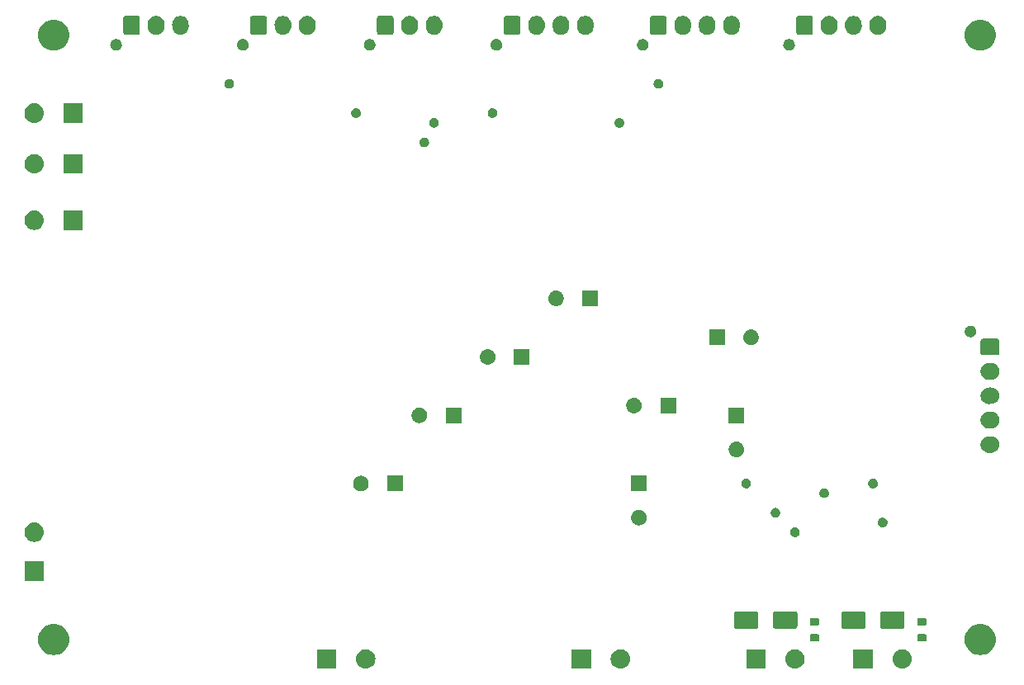
<source format=gbs>
%TF.GenerationSoftware,KiCad,Pcbnew,8.0.2*%
%TF.CreationDate,2024-12-26T16:42:43-05:00*%
%TF.ProjectId,Column Controller,436f6c75-6d6e-4204-936f-6e74726f6c6c,rev?*%
%TF.SameCoordinates,Original*%
%TF.FileFunction,Soldermask,Bot*%
%TF.FilePolarity,Negative*%
%FSLAX46Y46*%
G04 Gerber Fmt 4.6, Leading zero omitted, Abs format (unit mm)*
G04 Created by KiCad (PCBNEW 8.0.2) date 2024-12-26 16:42:43*
%MOMM*%
%LPD*%
G01*
G04 APERTURE LIST*
G04 APERTURE END LIST*
G36*
X114000000Y-148000000D02*
G01*
X112000000Y-148000000D01*
X112000000Y-146000000D01*
X114000000Y-146000000D01*
X114000000Y-148000000D01*
G37*
G36*
X117195090Y-146019215D02*
G01*
X117382683Y-146076120D01*
X117555570Y-146168530D01*
X117707107Y-146292893D01*
X117831470Y-146444430D01*
X117923880Y-146617317D01*
X117980785Y-146804910D01*
X118000000Y-147000000D01*
X117980785Y-147195090D01*
X117923880Y-147382683D01*
X117831470Y-147555570D01*
X117707107Y-147707107D01*
X117555570Y-147831470D01*
X117382683Y-147923880D01*
X117195090Y-147980785D01*
X117000000Y-148000000D01*
X116804910Y-147980785D01*
X116617317Y-147923880D01*
X116444430Y-147831470D01*
X116292893Y-147707107D01*
X116168530Y-147555570D01*
X116076120Y-147382683D01*
X116019215Y-147195090D01*
X116000000Y-147000000D01*
X116019215Y-146804910D01*
X116076120Y-146617317D01*
X116168530Y-146444430D01*
X116292893Y-146292893D01*
X116444430Y-146168530D01*
X116617317Y-146076120D01*
X116804910Y-146019215D01*
X117000000Y-146000000D01*
X117195090Y-146019215D01*
G37*
G36*
X140100000Y-148000000D02*
G01*
X138100000Y-148000000D01*
X138100000Y-146000000D01*
X140100000Y-146000000D01*
X140100000Y-148000000D01*
G37*
G36*
X143295090Y-146019215D02*
G01*
X143482683Y-146076120D01*
X143655570Y-146168530D01*
X143807107Y-146292893D01*
X143931470Y-146444430D01*
X144023880Y-146617317D01*
X144080785Y-146804910D01*
X144100000Y-147000000D01*
X144080785Y-147195090D01*
X144023880Y-147382683D01*
X143931470Y-147555570D01*
X143807107Y-147707107D01*
X143655570Y-147831470D01*
X143482683Y-147923880D01*
X143295090Y-147980785D01*
X143100000Y-148000000D01*
X142904910Y-147980785D01*
X142717317Y-147923880D01*
X142544430Y-147831470D01*
X142392893Y-147707107D01*
X142268530Y-147555570D01*
X142176120Y-147382683D01*
X142119215Y-147195090D01*
X142100000Y-147000000D01*
X142119215Y-146804910D01*
X142176120Y-146617317D01*
X142268530Y-146444430D01*
X142392893Y-146292893D01*
X142544430Y-146168530D01*
X142717317Y-146076120D01*
X142904910Y-146019215D01*
X143100000Y-146000000D01*
X143295090Y-146019215D01*
G37*
G36*
X158000000Y-148000000D02*
G01*
X156000000Y-148000000D01*
X156000000Y-146000000D01*
X158000000Y-146000000D01*
X158000000Y-148000000D01*
G37*
G36*
X161195090Y-146019215D02*
G01*
X161382683Y-146076120D01*
X161555570Y-146168530D01*
X161707107Y-146292893D01*
X161831470Y-146444430D01*
X161923880Y-146617317D01*
X161980785Y-146804910D01*
X162000000Y-147000000D01*
X161980785Y-147195090D01*
X161923880Y-147382683D01*
X161831470Y-147555570D01*
X161707107Y-147707107D01*
X161555570Y-147831470D01*
X161382683Y-147923880D01*
X161195090Y-147980785D01*
X161000000Y-148000000D01*
X160804910Y-147980785D01*
X160617317Y-147923880D01*
X160444430Y-147831470D01*
X160292893Y-147707107D01*
X160168530Y-147555570D01*
X160076120Y-147382683D01*
X160019215Y-147195090D01*
X160000000Y-147000000D01*
X160019215Y-146804910D01*
X160076120Y-146617317D01*
X160168530Y-146444430D01*
X160292893Y-146292893D01*
X160444430Y-146168530D01*
X160617317Y-146076120D01*
X160804910Y-146019215D01*
X161000000Y-146000000D01*
X161195090Y-146019215D01*
G37*
G36*
X169000000Y-148000000D02*
G01*
X167000000Y-148000000D01*
X167000000Y-146000000D01*
X169000000Y-146000000D01*
X169000000Y-148000000D01*
G37*
G36*
X172195090Y-146019215D02*
G01*
X172382683Y-146076120D01*
X172555570Y-146168530D01*
X172707107Y-146292893D01*
X172831470Y-146444430D01*
X172923880Y-146617317D01*
X172980785Y-146804910D01*
X173000000Y-147000000D01*
X172980785Y-147195090D01*
X172923880Y-147382683D01*
X172831470Y-147555570D01*
X172707107Y-147707107D01*
X172555570Y-147831470D01*
X172382683Y-147923880D01*
X172195090Y-147980785D01*
X172000000Y-148000000D01*
X171804910Y-147980785D01*
X171617317Y-147923880D01*
X171444430Y-147831470D01*
X171292893Y-147707107D01*
X171168530Y-147555570D01*
X171076120Y-147382683D01*
X171019215Y-147195090D01*
X171000000Y-147000000D01*
X171019215Y-146804910D01*
X171076120Y-146617317D01*
X171168530Y-146444430D01*
X171292893Y-146292893D01*
X171444430Y-146168530D01*
X171617317Y-146076120D01*
X171804910Y-146019215D01*
X172000000Y-146000000D01*
X172195090Y-146019215D01*
G37*
G36*
X85250295Y-143419699D02*
G01*
X85494427Y-143478310D01*
X85726385Y-143574390D01*
X85940456Y-143705573D01*
X86131371Y-143868629D01*
X86294427Y-144059544D01*
X86425610Y-144273615D01*
X86521690Y-144505573D01*
X86580301Y-144749705D01*
X86600000Y-145000000D01*
X86580301Y-145250295D01*
X86521690Y-145494427D01*
X86425610Y-145726385D01*
X86294427Y-145940456D01*
X86131371Y-146131371D01*
X85940456Y-146294427D01*
X85726385Y-146425610D01*
X85494427Y-146521690D01*
X85250295Y-146580301D01*
X85000000Y-146600000D01*
X84749705Y-146580301D01*
X84505573Y-146521690D01*
X84273615Y-146425610D01*
X84059544Y-146294427D01*
X83868629Y-146131371D01*
X83705573Y-145940456D01*
X83574390Y-145726385D01*
X83478310Y-145494427D01*
X83419699Y-145250295D01*
X83400000Y-145000000D01*
X83419699Y-144749705D01*
X83478310Y-144505573D01*
X83574390Y-144273615D01*
X83705573Y-144059544D01*
X83868629Y-143868629D01*
X84059544Y-143705573D01*
X84273615Y-143574390D01*
X84505573Y-143478310D01*
X84749705Y-143419699D01*
X85000000Y-143400000D01*
X85250295Y-143419699D01*
G37*
G36*
X180250295Y-143419699D02*
G01*
X180494427Y-143478310D01*
X180726385Y-143574390D01*
X180940456Y-143705573D01*
X181131371Y-143868629D01*
X181294427Y-144059544D01*
X181425610Y-144273615D01*
X181521690Y-144505573D01*
X181580301Y-144749705D01*
X181600000Y-145000000D01*
X181580301Y-145250295D01*
X181521690Y-145494427D01*
X181425610Y-145726385D01*
X181294427Y-145940456D01*
X181131371Y-146131371D01*
X180940456Y-146294427D01*
X180726385Y-146425610D01*
X180494427Y-146521690D01*
X180250295Y-146580301D01*
X180000000Y-146600000D01*
X179749705Y-146580301D01*
X179505573Y-146521690D01*
X179273615Y-146425610D01*
X179059544Y-146294427D01*
X178868629Y-146131371D01*
X178705573Y-145940456D01*
X178574390Y-145726385D01*
X178478310Y-145494427D01*
X178419699Y-145250295D01*
X178400000Y-145000000D01*
X178419699Y-144749705D01*
X178478310Y-144505573D01*
X178574390Y-144273615D01*
X178705573Y-144059544D01*
X178868629Y-143868629D01*
X179059544Y-143705573D01*
X179273615Y-143574390D01*
X179505573Y-143478310D01*
X179749705Y-143419699D01*
X180000000Y-143400000D01*
X180250295Y-143419699D01*
G37*
G36*
X163351537Y-144440224D02*
G01*
X163416421Y-144483579D01*
X163459776Y-144548463D01*
X163475000Y-144625000D01*
X163475000Y-145025000D01*
X163459776Y-145101537D01*
X163416421Y-145166421D01*
X163351537Y-145209776D01*
X163275000Y-145225000D01*
X162725000Y-145225000D01*
X162648463Y-145209776D01*
X162583579Y-145166421D01*
X162540224Y-145101537D01*
X162525000Y-145025000D01*
X162525000Y-144625000D01*
X162540224Y-144548463D01*
X162583579Y-144483579D01*
X162648463Y-144440224D01*
X162725000Y-144425000D01*
X163275000Y-144425000D01*
X163351537Y-144440224D01*
G37*
G36*
X174351537Y-144440224D02*
G01*
X174416421Y-144483579D01*
X174459776Y-144548463D01*
X174475000Y-144625000D01*
X174475000Y-145025000D01*
X174459776Y-145101537D01*
X174416421Y-145166421D01*
X174351537Y-145209776D01*
X174275000Y-145225000D01*
X173725000Y-145225000D01*
X173648463Y-145209776D01*
X173583579Y-145166421D01*
X173540224Y-145101537D01*
X173525000Y-145025000D01*
X173525000Y-144625000D01*
X173540224Y-144548463D01*
X173583579Y-144483579D01*
X173648463Y-144440224D01*
X173725000Y-144425000D01*
X174275000Y-144425000D01*
X174351537Y-144440224D01*
G37*
G36*
X157004047Y-142100805D02*
G01*
X157055408Y-142106764D01*
X157072954Y-142114511D01*
X157095671Y-142119030D01*
X157119991Y-142135280D01*
X157140793Y-142144465D01*
X157155000Y-142158672D01*
X157176777Y-142173223D01*
X157191327Y-142194999D01*
X157205534Y-142209206D01*
X157214718Y-142230006D01*
X157230970Y-142254329D01*
X157235489Y-142277048D01*
X157243235Y-142294591D01*
X157249192Y-142345940D01*
X157250000Y-142350000D01*
X157250000Y-143650000D01*
X157249192Y-143654059D01*
X157243235Y-143705408D01*
X157235489Y-143722950D01*
X157230970Y-143745671D01*
X157214716Y-143769995D01*
X157205534Y-143790793D01*
X157191329Y-143804997D01*
X157176777Y-143826777D01*
X157154997Y-143841329D01*
X157140793Y-143855534D01*
X157119995Y-143864716D01*
X157095671Y-143880970D01*
X157072950Y-143885489D01*
X157055408Y-143893235D01*
X157004061Y-143899192D01*
X157000000Y-143900000D01*
X155000000Y-143900000D01*
X154995941Y-143899192D01*
X154944591Y-143893235D01*
X154927048Y-143885489D01*
X154904329Y-143880970D01*
X154880006Y-143864718D01*
X154859206Y-143855534D01*
X154844999Y-143841327D01*
X154823223Y-143826777D01*
X154808672Y-143805000D01*
X154794465Y-143790793D01*
X154785280Y-143769991D01*
X154769030Y-143745671D01*
X154764511Y-143722954D01*
X154756764Y-143705408D01*
X154750805Y-143654049D01*
X154750000Y-143650000D01*
X154750000Y-142350000D01*
X154750804Y-142345953D01*
X154756764Y-142294591D01*
X154764511Y-142277043D01*
X154769030Y-142254329D01*
X154785278Y-142230010D01*
X154794465Y-142209206D01*
X154808674Y-142194996D01*
X154823223Y-142173223D01*
X154844996Y-142158674D01*
X154859206Y-142144465D01*
X154880010Y-142135278D01*
X154904329Y-142119030D01*
X154927043Y-142114511D01*
X154944591Y-142106764D01*
X154995952Y-142100805D01*
X155000000Y-142100000D01*
X157000000Y-142100000D01*
X157004047Y-142100805D01*
G37*
G36*
X161004047Y-142100805D02*
G01*
X161055408Y-142106764D01*
X161072954Y-142114511D01*
X161095671Y-142119030D01*
X161119991Y-142135280D01*
X161140793Y-142144465D01*
X161155000Y-142158672D01*
X161176777Y-142173223D01*
X161191327Y-142194999D01*
X161205534Y-142209206D01*
X161214718Y-142230006D01*
X161230970Y-142254329D01*
X161235489Y-142277048D01*
X161243235Y-142294591D01*
X161249192Y-142345940D01*
X161250000Y-142350000D01*
X161250000Y-143650000D01*
X161249192Y-143654059D01*
X161243235Y-143705408D01*
X161235489Y-143722950D01*
X161230970Y-143745671D01*
X161214716Y-143769995D01*
X161205534Y-143790793D01*
X161191329Y-143804997D01*
X161176777Y-143826777D01*
X161154997Y-143841329D01*
X161140793Y-143855534D01*
X161119995Y-143864716D01*
X161095671Y-143880970D01*
X161072950Y-143885489D01*
X161055408Y-143893235D01*
X161004061Y-143899192D01*
X161000000Y-143900000D01*
X159000000Y-143900000D01*
X158995941Y-143899192D01*
X158944591Y-143893235D01*
X158927048Y-143885489D01*
X158904329Y-143880970D01*
X158880006Y-143864718D01*
X158859206Y-143855534D01*
X158844999Y-143841327D01*
X158823223Y-143826777D01*
X158808672Y-143805000D01*
X158794465Y-143790793D01*
X158785280Y-143769991D01*
X158769030Y-143745671D01*
X158764511Y-143722954D01*
X158756764Y-143705408D01*
X158750805Y-143654049D01*
X158750000Y-143650000D01*
X158750000Y-142350000D01*
X158750804Y-142345953D01*
X158756764Y-142294591D01*
X158764511Y-142277043D01*
X158769030Y-142254329D01*
X158785278Y-142230010D01*
X158794465Y-142209206D01*
X158808674Y-142194996D01*
X158823223Y-142173223D01*
X158844996Y-142158674D01*
X158859206Y-142144465D01*
X158880010Y-142135278D01*
X158904329Y-142119030D01*
X158927043Y-142114511D01*
X158944591Y-142106764D01*
X158995952Y-142100805D01*
X159000000Y-142100000D01*
X161000000Y-142100000D01*
X161004047Y-142100805D01*
G37*
G36*
X168004047Y-142100805D02*
G01*
X168055408Y-142106764D01*
X168072954Y-142114511D01*
X168095671Y-142119030D01*
X168119991Y-142135280D01*
X168140793Y-142144465D01*
X168155000Y-142158672D01*
X168176777Y-142173223D01*
X168191327Y-142194999D01*
X168205534Y-142209206D01*
X168214718Y-142230006D01*
X168230970Y-142254329D01*
X168235489Y-142277048D01*
X168243235Y-142294591D01*
X168249192Y-142345940D01*
X168250000Y-142350000D01*
X168250000Y-143650000D01*
X168249192Y-143654059D01*
X168243235Y-143705408D01*
X168235489Y-143722950D01*
X168230970Y-143745671D01*
X168214716Y-143769995D01*
X168205534Y-143790793D01*
X168191329Y-143804997D01*
X168176777Y-143826777D01*
X168154997Y-143841329D01*
X168140793Y-143855534D01*
X168119995Y-143864716D01*
X168095671Y-143880970D01*
X168072950Y-143885489D01*
X168055408Y-143893235D01*
X168004061Y-143899192D01*
X168000000Y-143900000D01*
X166000000Y-143900000D01*
X165995941Y-143899192D01*
X165944591Y-143893235D01*
X165927048Y-143885489D01*
X165904329Y-143880970D01*
X165880006Y-143864718D01*
X165859206Y-143855534D01*
X165844999Y-143841327D01*
X165823223Y-143826777D01*
X165808672Y-143805000D01*
X165794465Y-143790793D01*
X165785280Y-143769991D01*
X165769030Y-143745671D01*
X165764511Y-143722954D01*
X165756764Y-143705408D01*
X165750805Y-143654049D01*
X165750000Y-143650000D01*
X165750000Y-142350000D01*
X165750804Y-142345953D01*
X165756764Y-142294591D01*
X165764511Y-142277043D01*
X165769030Y-142254329D01*
X165785278Y-142230010D01*
X165794465Y-142209206D01*
X165808674Y-142194996D01*
X165823223Y-142173223D01*
X165844996Y-142158674D01*
X165859206Y-142144465D01*
X165880010Y-142135278D01*
X165904329Y-142119030D01*
X165927043Y-142114511D01*
X165944591Y-142106764D01*
X165995952Y-142100805D01*
X166000000Y-142100000D01*
X168000000Y-142100000D01*
X168004047Y-142100805D01*
G37*
G36*
X172004047Y-142100805D02*
G01*
X172055408Y-142106764D01*
X172072954Y-142114511D01*
X172095671Y-142119030D01*
X172119991Y-142135280D01*
X172140793Y-142144465D01*
X172155000Y-142158672D01*
X172176777Y-142173223D01*
X172191327Y-142194999D01*
X172205534Y-142209206D01*
X172214718Y-142230006D01*
X172230970Y-142254329D01*
X172235489Y-142277048D01*
X172243235Y-142294591D01*
X172249192Y-142345940D01*
X172250000Y-142350000D01*
X172250000Y-143650000D01*
X172249192Y-143654059D01*
X172243235Y-143705408D01*
X172235489Y-143722950D01*
X172230970Y-143745671D01*
X172214716Y-143769995D01*
X172205534Y-143790793D01*
X172191329Y-143804997D01*
X172176777Y-143826777D01*
X172154997Y-143841329D01*
X172140793Y-143855534D01*
X172119995Y-143864716D01*
X172095671Y-143880970D01*
X172072950Y-143885489D01*
X172055408Y-143893235D01*
X172004061Y-143899192D01*
X172000000Y-143900000D01*
X170000000Y-143900000D01*
X169995941Y-143899192D01*
X169944591Y-143893235D01*
X169927048Y-143885489D01*
X169904329Y-143880970D01*
X169880006Y-143864718D01*
X169859206Y-143855534D01*
X169844999Y-143841327D01*
X169823223Y-143826777D01*
X169808672Y-143805000D01*
X169794465Y-143790793D01*
X169785280Y-143769991D01*
X169769030Y-143745671D01*
X169764511Y-143722954D01*
X169756764Y-143705408D01*
X169750805Y-143654049D01*
X169750000Y-143650000D01*
X169750000Y-142350000D01*
X169750804Y-142345953D01*
X169756764Y-142294591D01*
X169764511Y-142277043D01*
X169769030Y-142254329D01*
X169785278Y-142230010D01*
X169794465Y-142209206D01*
X169808674Y-142194996D01*
X169823223Y-142173223D01*
X169844996Y-142158674D01*
X169859206Y-142144465D01*
X169880010Y-142135278D01*
X169904329Y-142119030D01*
X169927043Y-142114511D01*
X169944591Y-142106764D01*
X169995952Y-142100805D01*
X170000000Y-142100000D01*
X172000000Y-142100000D01*
X172004047Y-142100805D01*
G37*
G36*
X163351537Y-142790224D02*
G01*
X163416421Y-142833579D01*
X163459776Y-142898463D01*
X163475000Y-142975000D01*
X163475000Y-143375000D01*
X163459776Y-143451537D01*
X163416421Y-143516421D01*
X163351537Y-143559776D01*
X163275000Y-143575000D01*
X162725000Y-143575000D01*
X162648463Y-143559776D01*
X162583579Y-143516421D01*
X162540224Y-143451537D01*
X162525000Y-143375000D01*
X162525000Y-142975000D01*
X162540224Y-142898463D01*
X162583579Y-142833579D01*
X162648463Y-142790224D01*
X162725000Y-142775000D01*
X163275000Y-142775000D01*
X163351537Y-142790224D01*
G37*
G36*
X174351537Y-142790224D02*
G01*
X174416421Y-142833579D01*
X174459776Y-142898463D01*
X174475000Y-142975000D01*
X174475000Y-143375000D01*
X174459776Y-143451537D01*
X174416421Y-143516421D01*
X174351537Y-143559776D01*
X174275000Y-143575000D01*
X173725000Y-143575000D01*
X173648463Y-143559776D01*
X173583579Y-143516421D01*
X173540224Y-143451537D01*
X173525000Y-143375000D01*
X173525000Y-142975000D01*
X173540224Y-142898463D01*
X173583579Y-142833579D01*
X173648463Y-142790224D01*
X173725000Y-142775000D01*
X174275000Y-142775000D01*
X174351537Y-142790224D01*
G37*
G36*
X84000000Y-139000000D02*
G01*
X82000000Y-139000000D01*
X82000000Y-137000000D01*
X84000000Y-137000000D01*
X84000000Y-139000000D01*
G37*
G36*
X83195090Y-133019215D02*
G01*
X83382683Y-133076120D01*
X83555570Y-133168530D01*
X83707107Y-133292893D01*
X83831470Y-133444430D01*
X83923880Y-133617317D01*
X83980785Y-133804910D01*
X84000000Y-134000000D01*
X83980785Y-134195090D01*
X83923880Y-134382683D01*
X83831470Y-134555570D01*
X83707107Y-134707107D01*
X83555570Y-134831470D01*
X83382683Y-134923880D01*
X83195090Y-134980785D01*
X83000000Y-135000000D01*
X82804910Y-134980785D01*
X82617317Y-134923880D01*
X82444430Y-134831470D01*
X82292893Y-134707107D01*
X82168530Y-134555570D01*
X82076120Y-134382683D01*
X82019215Y-134195090D01*
X82000000Y-134000000D01*
X82019215Y-133804910D01*
X82076120Y-133617317D01*
X82168530Y-133444430D01*
X82292893Y-133292893D01*
X82444430Y-133168530D01*
X82617317Y-133076120D01*
X82804910Y-133019215D01*
X83000000Y-133000000D01*
X83195090Y-133019215D01*
G37*
G36*
X161035381Y-133505089D02*
G01*
X161071157Y-133505089D01*
X161100235Y-133513627D01*
X161129296Y-133517453D01*
X161168332Y-133533622D01*
X161207708Y-133545184D01*
X161228491Y-133558540D01*
X161249783Y-133567360D01*
X161288798Y-133597297D01*
X161327430Y-133622125D01*
X161339883Y-133636497D01*
X161353249Y-133646753D01*
X161387899Y-133691910D01*
X161420627Y-133729680D01*
X161426134Y-133741738D01*
X161432638Y-133750215D01*
X161458322Y-133812222D01*
X161479746Y-133859134D01*
X161480805Y-133866500D01*
X161482546Y-133870703D01*
X161494880Y-133964390D01*
X161500000Y-134000000D01*
X161494879Y-134035612D01*
X161482546Y-134129296D01*
X161480805Y-134133498D01*
X161479746Y-134140866D01*
X161458321Y-134187780D01*
X161432639Y-134249783D01*
X161426134Y-134258259D01*
X161420627Y-134270320D01*
X161387887Y-134308103D01*
X161353247Y-134353247D01*
X161339887Y-134363498D01*
X161327430Y-134377875D01*
X161288788Y-134402708D01*
X161249783Y-134432639D01*
X161228496Y-134441456D01*
X161207708Y-134454816D01*
X161168323Y-134466380D01*
X161129296Y-134482546D01*
X161100241Y-134486371D01*
X161071157Y-134494911D01*
X161035374Y-134494911D01*
X161000000Y-134499568D01*
X160964626Y-134494911D01*
X160928843Y-134494911D01*
X160899759Y-134486371D01*
X160870703Y-134482546D01*
X160831672Y-134466379D01*
X160792292Y-134454816D01*
X160771505Y-134441457D01*
X160750216Y-134432639D01*
X160711204Y-134402704D01*
X160672570Y-134377875D01*
X160660114Y-134363500D01*
X160646752Y-134353247D01*
X160612103Y-134308093D01*
X160579373Y-134270320D01*
X160573866Y-134258262D01*
X160567360Y-134249783D01*
X160541668Y-134187757D01*
X160520254Y-134140866D01*
X160519195Y-134133502D01*
X160517453Y-134129296D01*
X160505108Y-134035529D01*
X160500000Y-134000000D01*
X160505108Y-133964473D01*
X160517453Y-133870703D01*
X160519195Y-133866496D01*
X160520254Y-133859134D01*
X160541666Y-133812245D01*
X160567361Y-133750215D01*
X160573867Y-133741735D01*
X160579373Y-133729680D01*
X160612089Y-133691923D01*
X160646751Y-133646751D01*
X160660120Y-133636491D01*
X160672570Y-133622125D01*
X160711192Y-133597303D01*
X160750215Y-133567361D01*
X160771508Y-133558541D01*
X160792292Y-133545184D01*
X160831665Y-133533622D01*
X160870703Y-133517453D01*
X160899765Y-133513626D01*
X160928843Y-133505089D01*
X160964618Y-133505089D01*
X161000000Y-133500431D01*
X161035381Y-133505089D01*
G37*
G36*
X170035381Y-132505089D02*
G01*
X170071157Y-132505089D01*
X170100235Y-132513627D01*
X170129296Y-132517453D01*
X170168332Y-132533622D01*
X170207708Y-132545184D01*
X170228491Y-132558540D01*
X170249783Y-132567360D01*
X170288798Y-132597297D01*
X170327430Y-132622125D01*
X170339883Y-132636497D01*
X170353249Y-132646753D01*
X170387899Y-132691910D01*
X170420627Y-132729680D01*
X170426134Y-132741738D01*
X170432638Y-132750215D01*
X170458322Y-132812222D01*
X170479746Y-132859134D01*
X170480805Y-132866500D01*
X170482546Y-132870703D01*
X170494880Y-132964390D01*
X170500000Y-133000000D01*
X170494879Y-133035612D01*
X170482546Y-133129296D01*
X170480805Y-133133498D01*
X170479746Y-133140866D01*
X170458321Y-133187780D01*
X170432639Y-133249783D01*
X170426134Y-133258259D01*
X170420627Y-133270320D01*
X170387887Y-133308103D01*
X170353247Y-133353247D01*
X170339887Y-133363498D01*
X170327430Y-133377875D01*
X170288788Y-133402708D01*
X170249783Y-133432639D01*
X170228496Y-133441456D01*
X170207708Y-133454816D01*
X170168323Y-133466380D01*
X170129296Y-133482546D01*
X170100241Y-133486371D01*
X170071157Y-133494911D01*
X170035374Y-133494911D01*
X170000000Y-133499568D01*
X169964626Y-133494911D01*
X169928843Y-133494911D01*
X169899759Y-133486371D01*
X169870703Y-133482546D01*
X169831672Y-133466379D01*
X169792292Y-133454816D01*
X169771505Y-133441457D01*
X169750216Y-133432639D01*
X169711204Y-133402704D01*
X169672570Y-133377875D01*
X169660114Y-133363500D01*
X169646752Y-133353247D01*
X169612103Y-133308093D01*
X169579373Y-133270320D01*
X169573866Y-133258262D01*
X169567360Y-133249783D01*
X169541668Y-133187757D01*
X169520254Y-133140866D01*
X169519195Y-133133502D01*
X169517453Y-133129296D01*
X169505108Y-133035529D01*
X169500000Y-133000000D01*
X169505108Y-132964473D01*
X169517453Y-132870703D01*
X169519195Y-132866496D01*
X169520254Y-132859134D01*
X169541666Y-132812245D01*
X169567361Y-132750215D01*
X169573867Y-132741735D01*
X169579373Y-132729680D01*
X169612089Y-132691923D01*
X169646751Y-132646751D01*
X169660120Y-132636491D01*
X169672570Y-132622125D01*
X169711192Y-132597303D01*
X169750215Y-132567361D01*
X169771508Y-132558541D01*
X169792292Y-132545184D01*
X169831665Y-132533622D01*
X169870703Y-132517453D01*
X169899765Y-132513626D01*
X169928843Y-132505089D01*
X169964618Y-132505089D01*
X170000000Y-132500431D01*
X170035381Y-132505089D01*
G37*
G36*
X145041323Y-131704656D02*
G01*
X145083595Y-131704656D01*
X145131282Y-131714792D01*
X145178017Y-131720058D01*
X145212000Y-131731949D01*
X145247129Y-131739416D01*
X145297754Y-131761955D01*
X145347107Y-131779225D01*
X145372795Y-131795366D01*
X145399860Y-131807416D01*
X145450322Y-131844079D01*
X145498792Y-131874535D01*
X145516199Y-131891942D01*
X145535121Y-131905690D01*
X145581901Y-131957644D01*
X145625465Y-132001208D01*
X145635484Y-132017153D01*
X145646992Y-132029934D01*
X145686365Y-132098130D01*
X145720775Y-132152893D01*
X145725070Y-132165170D01*
X145730584Y-132174719D01*
X145758809Y-132261590D01*
X145779942Y-132321983D01*
X145780743Y-132329096D01*
X145782248Y-132333727D01*
X145795892Y-132463542D01*
X145800000Y-132500000D01*
X145795891Y-132536460D01*
X145782248Y-132666272D01*
X145780743Y-132670901D01*
X145779942Y-132678017D01*
X145758805Y-132738422D01*
X145730584Y-132825280D01*
X145725071Y-132834827D01*
X145720775Y-132847107D01*
X145686358Y-132901881D01*
X145646992Y-132970065D01*
X145635486Y-132982843D01*
X145625465Y-132998792D01*
X145581892Y-133042364D01*
X145535121Y-133094309D01*
X145516203Y-133108053D01*
X145498792Y-133125465D01*
X145450312Y-133155926D01*
X145399860Y-133192583D01*
X145372800Y-133204630D01*
X145347107Y-133220775D01*
X145297744Y-133238047D01*
X145247129Y-133260583D01*
X145212005Y-133268048D01*
X145178017Y-133279942D01*
X145131279Y-133285208D01*
X145083595Y-133295344D01*
X145041323Y-133295344D01*
X145000000Y-133300000D01*
X144958677Y-133295344D01*
X144916405Y-133295344D01*
X144868719Y-133285208D01*
X144821983Y-133279942D01*
X144787995Y-133268049D01*
X144752870Y-133260583D01*
X144702251Y-133238046D01*
X144652893Y-133220775D01*
X144627201Y-133204631D01*
X144600139Y-133192583D01*
X144549680Y-133155922D01*
X144501208Y-133125465D01*
X144483799Y-133108056D01*
X144464878Y-133094309D01*
X144418097Y-133042354D01*
X144374535Y-132998792D01*
X144364516Y-132982847D01*
X144353007Y-132970065D01*
X144313629Y-132901861D01*
X144279225Y-132847107D01*
X144274929Y-132834831D01*
X144269415Y-132825280D01*
X144241180Y-132738382D01*
X144220058Y-132678017D01*
X144219256Y-132670906D01*
X144217751Y-132666272D01*
X144204093Y-132536328D01*
X144200000Y-132500000D01*
X144204092Y-132463674D01*
X144217751Y-132333727D01*
X144219257Y-132329091D01*
X144220058Y-132321983D01*
X144241176Y-132261630D01*
X144269415Y-132174719D01*
X144274930Y-132165165D01*
X144279225Y-132152893D01*
X144313622Y-132098149D01*
X144353007Y-132029934D01*
X144364518Y-132017149D01*
X144374535Y-132001208D01*
X144418088Y-131957654D01*
X144464878Y-131905690D01*
X144483802Y-131891940D01*
X144501208Y-131874535D01*
X144549674Y-131844081D01*
X144600140Y-131807416D01*
X144627204Y-131795365D01*
X144652893Y-131779225D01*
X144702242Y-131761956D01*
X144752870Y-131739416D01*
X144788001Y-131731948D01*
X144821983Y-131720058D01*
X144868717Y-131714792D01*
X144916405Y-131704656D01*
X144958677Y-131704656D01*
X145000000Y-131700000D01*
X145041323Y-131704656D01*
G37*
G36*
X159035381Y-131505089D02*
G01*
X159071157Y-131505089D01*
X159100235Y-131513627D01*
X159129296Y-131517453D01*
X159168332Y-131533622D01*
X159207708Y-131545184D01*
X159228491Y-131558540D01*
X159249783Y-131567360D01*
X159288798Y-131597297D01*
X159327430Y-131622125D01*
X159339883Y-131636497D01*
X159353249Y-131646753D01*
X159387899Y-131691910D01*
X159420627Y-131729680D01*
X159426134Y-131741738D01*
X159432638Y-131750215D01*
X159458322Y-131812222D01*
X159479746Y-131859134D01*
X159480805Y-131866500D01*
X159482546Y-131870703D01*
X159494880Y-131964390D01*
X159500000Y-132000000D01*
X159494879Y-132035612D01*
X159482546Y-132129296D01*
X159480805Y-132133498D01*
X159479746Y-132140866D01*
X159458321Y-132187780D01*
X159432639Y-132249783D01*
X159426134Y-132258259D01*
X159420627Y-132270320D01*
X159387887Y-132308103D01*
X159353247Y-132353247D01*
X159339887Y-132363498D01*
X159327430Y-132377875D01*
X159288788Y-132402708D01*
X159249783Y-132432639D01*
X159228496Y-132441456D01*
X159207708Y-132454816D01*
X159168323Y-132466380D01*
X159129296Y-132482546D01*
X159100241Y-132486371D01*
X159071157Y-132494911D01*
X159035374Y-132494911D01*
X159000000Y-132499568D01*
X158964626Y-132494911D01*
X158928843Y-132494911D01*
X158899759Y-132486371D01*
X158870703Y-132482546D01*
X158831672Y-132466379D01*
X158792292Y-132454816D01*
X158771505Y-132441457D01*
X158750216Y-132432639D01*
X158711204Y-132402704D01*
X158672570Y-132377875D01*
X158660114Y-132363500D01*
X158646752Y-132353247D01*
X158612103Y-132308093D01*
X158579373Y-132270320D01*
X158573866Y-132258262D01*
X158567360Y-132249783D01*
X158541668Y-132187757D01*
X158520254Y-132140866D01*
X158519195Y-132133502D01*
X158517453Y-132129296D01*
X158505108Y-132035529D01*
X158500000Y-132000000D01*
X158505108Y-131964473D01*
X158517453Y-131870703D01*
X158519195Y-131866496D01*
X158520254Y-131859134D01*
X158541666Y-131812245D01*
X158567361Y-131750215D01*
X158573867Y-131741735D01*
X158579373Y-131729680D01*
X158612089Y-131691923D01*
X158646751Y-131646751D01*
X158660120Y-131636491D01*
X158672570Y-131622125D01*
X158711192Y-131597303D01*
X158750215Y-131567361D01*
X158771508Y-131558541D01*
X158792292Y-131545184D01*
X158831665Y-131533622D01*
X158870703Y-131517453D01*
X158899765Y-131513626D01*
X158928843Y-131505089D01*
X158964618Y-131505089D01*
X159000000Y-131500431D01*
X159035381Y-131505089D01*
G37*
G36*
X164035381Y-129505089D02*
G01*
X164071157Y-129505089D01*
X164100235Y-129513627D01*
X164129296Y-129517453D01*
X164168332Y-129533622D01*
X164207708Y-129545184D01*
X164228491Y-129558540D01*
X164249783Y-129567360D01*
X164288798Y-129597297D01*
X164327430Y-129622125D01*
X164339883Y-129636497D01*
X164353249Y-129646753D01*
X164387899Y-129691910D01*
X164420627Y-129729680D01*
X164426134Y-129741738D01*
X164432638Y-129750215D01*
X164458322Y-129812222D01*
X164479746Y-129859134D01*
X164480805Y-129866500D01*
X164482546Y-129870703D01*
X164494880Y-129964390D01*
X164500000Y-130000000D01*
X164494879Y-130035612D01*
X164482546Y-130129296D01*
X164480805Y-130133498D01*
X164479746Y-130140866D01*
X164458321Y-130187780D01*
X164432639Y-130249783D01*
X164426134Y-130258259D01*
X164420627Y-130270320D01*
X164387887Y-130308103D01*
X164353247Y-130353247D01*
X164339887Y-130363498D01*
X164327430Y-130377875D01*
X164288788Y-130402708D01*
X164249783Y-130432639D01*
X164228496Y-130441456D01*
X164207708Y-130454816D01*
X164168323Y-130466380D01*
X164129296Y-130482546D01*
X164100241Y-130486371D01*
X164071157Y-130494911D01*
X164035374Y-130494911D01*
X164000000Y-130499568D01*
X163964626Y-130494911D01*
X163928843Y-130494911D01*
X163899759Y-130486371D01*
X163870703Y-130482546D01*
X163831672Y-130466379D01*
X163792292Y-130454816D01*
X163771505Y-130441457D01*
X163750216Y-130432639D01*
X163711204Y-130402704D01*
X163672570Y-130377875D01*
X163660114Y-130363500D01*
X163646752Y-130353247D01*
X163612103Y-130308093D01*
X163579373Y-130270320D01*
X163573866Y-130258262D01*
X163567360Y-130249783D01*
X163541668Y-130187757D01*
X163520254Y-130140866D01*
X163519195Y-130133502D01*
X163517453Y-130129296D01*
X163505108Y-130035529D01*
X163500000Y-130000000D01*
X163505108Y-129964473D01*
X163517453Y-129870703D01*
X163519195Y-129866496D01*
X163520254Y-129859134D01*
X163541666Y-129812245D01*
X163567361Y-129750215D01*
X163573867Y-129741735D01*
X163579373Y-129729680D01*
X163612089Y-129691923D01*
X163646751Y-129646751D01*
X163660120Y-129636491D01*
X163672570Y-129622125D01*
X163711192Y-129597303D01*
X163750215Y-129567361D01*
X163771508Y-129558541D01*
X163792292Y-129545184D01*
X163831665Y-129533622D01*
X163870703Y-129517453D01*
X163899765Y-129513626D01*
X163928843Y-129505089D01*
X163964618Y-129505089D01*
X164000000Y-129500431D01*
X164035381Y-129505089D01*
G37*
G36*
X116541323Y-128204656D02*
G01*
X116583595Y-128204656D01*
X116631282Y-128214792D01*
X116678017Y-128220058D01*
X116712000Y-128231949D01*
X116747129Y-128239416D01*
X116797754Y-128261955D01*
X116847107Y-128279225D01*
X116872795Y-128295366D01*
X116899860Y-128307416D01*
X116950322Y-128344079D01*
X116998792Y-128374535D01*
X117016199Y-128391942D01*
X117035121Y-128405690D01*
X117081901Y-128457644D01*
X117125465Y-128501208D01*
X117135484Y-128517153D01*
X117146992Y-128529934D01*
X117186365Y-128598130D01*
X117220775Y-128652893D01*
X117225070Y-128665170D01*
X117230584Y-128674719D01*
X117258809Y-128761590D01*
X117279942Y-128821983D01*
X117280743Y-128829096D01*
X117282248Y-128833727D01*
X117295892Y-128963542D01*
X117300000Y-129000000D01*
X117295891Y-129036460D01*
X117282248Y-129166272D01*
X117280743Y-129170901D01*
X117279942Y-129178017D01*
X117258805Y-129238422D01*
X117230584Y-129325280D01*
X117225071Y-129334827D01*
X117220775Y-129347107D01*
X117186358Y-129401881D01*
X117146992Y-129470065D01*
X117135486Y-129482843D01*
X117125465Y-129498792D01*
X117081892Y-129542364D01*
X117035121Y-129594309D01*
X117016203Y-129608053D01*
X116998792Y-129625465D01*
X116950312Y-129655926D01*
X116899860Y-129692583D01*
X116872800Y-129704630D01*
X116847107Y-129720775D01*
X116797744Y-129738047D01*
X116747129Y-129760583D01*
X116712005Y-129768048D01*
X116678017Y-129779942D01*
X116631279Y-129785208D01*
X116583595Y-129795344D01*
X116541323Y-129795344D01*
X116500000Y-129800000D01*
X116458677Y-129795344D01*
X116416405Y-129795344D01*
X116368719Y-129785208D01*
X116321983Y-129779942D01*
X116287995Y-129768049D01*
X116252870Y-129760583D01*
X116202251Y-129738046D01*
X116152893Y-129720775D01*
X116127201Y-129704631D01*
X116100139Y-129692583D01*
X116049680Y-129655922D01*
X116001208Y-129625465D01*
X115983799Y-129608056D01*
X115964878Y-129594309D01*
X115918097Y-129542354D01*
X115874535Y-129498792D01*
X115864516Y-129482847D01*
X115853007Y-129470065D01*
X115813629Y-129401861D01*
X115779225Y-129347107D01*
X115774929Y-129334831D01*
X115769415Y-129325280D01*
X115741180Y-129238382D01*
X115720058Y-129178017D01*
X115719256Y-129170906D01*
X115717751Y-129166272D01*
X115704093Y-129036328D01*
X115700000Y-129000000D01*
X115704092Y-128963674D01*
X115717751Y-128833727D01*
X115719257Y-128829091D01*
X115720058Y-128821983D01*
X115741176Y-128761630D01*
X115769415Y-128674719D01*
X115774930Y-128665165D01*
X115779225Y-128652893D01*
X115813622Y-128598149D01*
X115853007Y-128529934D01*
X115864518Y-128517149D01*
X115874535Y-128501208D01*
X115918088Y-128457654D01*
X115964878Y-128405690D01*
X115983802Y-128391940D01*
X116001208Y-128374535D01*
X116049674Y-128344081D01*
X116100140Y-128307416D01*
X116127204Y-128295365D01*
X116152893Y-128279225D01*
X116202242Y-128261956D01*
X116252870Y-128239416D01*
X116288001Y-128231948D01*
X116321983Y-128220058D01*
X116368717Y-128214792D01*
X116416405Y-128204656D01*
X116458677Y-128204656D01*
X116500000Y-128200000D01*
X116541323Y-128204656D01*
G37*
G36*
X120800000Y-129800000D02*
G01*
X119200000Y-129800000D01*
X119200000Y-128200000D01*
X120800000Y-128200000D01*
X120800000Y-129800000D01*
G37*
G36*
X145800000Y-129800000D02*
G01*
X144200000Y-129800000D01*
X144200000Y-128200000D01*
X145800000Y-128200000D01*
X145800000Y-129800000D01*
G37*
G36*
X156035381Y-128505089D02*
G01*
X156071157Y-128505089D01*
X156100235Y-128513627D01*
X156129296Y-128517453D01*
X156168332Y-128533622D01*
X156207708Y-128545184D01*
X156228491Y-128558540D01*
X156249783Y-128567360D01*
X156288798Y-128597297D01*
X156327430Y-128622125D01*
X156339883Y-128636497D01*
X156353249Y-128646753D01*
X156387899Y-128691910D01*
X156420627Y-128729680D01*
X156426134Y-128741738D01*
X156432638Y-128750215D01*
X156458322Y-128812222D01*
X156479746Y-128859134D01*
X156480805Y-128866500D01*
X156482546Y-128870703D01*
X156494880Y-128964390D01*
X156500000Y-129000000D01*
X156494879Y-129035612D01*
X156482546Y-129129296D01*
X156480805Y-129133498D01*
X156479746Y-129140866D01*
X156458321Y-129187780D01*
X156432639Y-129249783D01*
X156426134Y-129258259D01*
X156420627Y-129270320D01*
X156387887Y-129308103D01*
X156353247Y-129353247D01*
X156339887Y-129363498D01*
X156327430Y-129377875D01*
X156288788Y-129402708D01*
X156249783Y-129432639D01*
X156228496Y-129441456D01*
X156207708Y-129454816D01*
X156168323Y-129466380D01*
X156129296Y-129482546D01*
X156100241Y-129486371D01*
X156071157Y-129494911D01*
X156035374Y-129494911D01*
X156000000Y-129499568D01*
X155964626Y-129494911D01*
X155928843Y-129494911D01*
X155899759Y-129486371D01*
X155870703Y-129482546D01*
X155831672Y-129466379D01*
X155792292Y-129454816D01*
X155771505Y-129441457D01*
X155750216Y-129432639D01*
X155711204Y-129402704D01*
X155672570Y-129377875D01*
X155660114Y-129363500D01*
X155646752Y-129353247D01*
X155612103Y-129308093D01*
X155579373Y-129270320D01*
X155573866Y-129258262D01*
X155567360Y-129249783D01*
X155541668Y-129187757D01*
X155520254Y-129140866D01*
X155519195Y-129133502D01*
X155517453Y-129129296D01*
X155505108Y-129035529D01*
X155500000Y-129000000D01*
X155505108Y-128964473D01*
X155517453Y-128870703D01*
X155519195Y-128866496D01*
X155520254Y-128859134D01*
X155541666Y-128812245D01*
X155567361Y-128750215D01*
X155573867Y-128741735D01*
X155579373Y-128729680D01*
X155612089Y-128691923D01*
X155646751Y-128646751D01*
X155660120Y-128636491D01*
X155672570Y-128622125D01*
X155711192Y-128597303D01*
X155750215Y-128567361D01*
X155771508Y-128558541D01*
X155792292Y-128545184D01*
X155831665Y-128533622D01*
X155870703Y-128517453D01*
X155899765Y-128513626D01*
X155928843Y-128505089D01*
X155964618Y-128505089D01*
X156000000Y-128500431D01*
X156035381Y-128505089D01*
G37*
G36*
X169035381Y-128505089D02*
G01*
X169071157Y-128505089D01*
X169100235Y-128513627D01*
X169129296Y-128517453D01*
X169168332Y-128533622D01*
X169207708Y-128545184D01*
X169228491Y-128558540D01*
X169249783Y-128567360D01*
X169288798Y-128597297D01*
X169327430Y-128622125D01*
X169339883Y-128636497D01*
X169353249Y-128646753D01*
X169387899Y-128691910D01*
X169420627Y-128729680D01*
X169426134Y-128741738D01*
X169432638Y-128750215D01*
X169458322Y-128812222D01*
X169479746Y-128859134D01*
X169480805Y-128866500D01*
X169482546Y-128870703D01*
X169494880Y-128964390D01*
X169500000Y-129000000D01*
X169494879Y-129035612D01*
X169482546Y-129129296D01*
X169480805Y-129133498D01*
X169479746Y-129140866D01*
X169458321Y-129187780D01*
X169432639Y-129249783D01*
X169426134Y-129258259D01*
X169420627Y-129270320D01*
X169387887Y-129308103D01*
X169353247Y-129353247D01*
X169339887Y-129363498D01*
X169327430Y-129377875D01*
X169288788Y-129402708D01*
X169249783Y-129432639D01*
X169228496Y-129441456D01*
X169207708Y-129454816D01*
X169168323Y-129466380D01*
X169129296Y-129482546D01*
X169100241Y-129486371D01*
X169071157Y-129494911D01*
X169035374Y-129494911D01*
X169000000Y-129499568D01*
X168964626Y-129494911D01*
X168928843Y-129494911D01*
X168899759Y-129486371D01*
X168870703Y-129482546D01*
X168831672Y-129466379D01*
X168792292Y-129454816D01*
X168771505Y-129441457D01*
X168750216Y-129432639D01*
X168711204Y-129402704D01*
X168672570Y-129377875D01*
X168660114Y-129363500D01*
X168646752Y-129353247D01*
X168612103Y-129308093D01*
X168579373Y-129270320D01*
X168573866Y-129258262D01*
X168567360Y-129249783D01*
X168541668Y-129187757D01*
X168520254Y-129140866D01*
X168519195Y-129133502D01*
X168517453Y-129129296D01*
X168505108Y-129035529D01*
X168500000Y-129000000D01*
X168505108Y-128964473D01*
X168517453Y-128870703D01*
X168519195Y-128866496D01*
X168520254Y-128859134D01*
X168541666Y-128812245D01*
X168567361Y-128750215D01*
X168573867Y-128741735D01*
X168579373Y-128729680D01*
X168612089Y-128691923D01*
X168646751Y-128646751D01*
X168660120Y-128636491D01*
X168672570Y-128622125D01*
X168711192Y-128597303D01*
X168750215Y-128567361D01*
X168771508Y-128558541D01*
X168792292Y-128545184D01*
X168831665Y-128533622D01*
X168870703Y-128517453D01*
X168899765Y-128513626D01*
X168928843Y-128505089D01*
X168964618Y-128505089D01*
X169000000Y-128500431D01*
X169035381Y-128505089D01*
G37*
G36*
X155041323Y-124704656D02*
G01*
X155083595Y-124704656D01*
X155131282Y-124714792D01*
X155178017Y-124720058D01*
X155212000Y-124731949D01*
X155247129Y-124739416D01*
X155297754Y-124761955D01*
X155347107Y-124779225D01*
X155372795Y-124795366D01*
X155399860Y-124807416D01*
X155450322Y-124844079D01*
X155498792Y-124874535D01*
X155516199Y-124891942D01*
X155535121Y-124905690D01*
X155581901Y-124957644D01*
X155625465Y-125001208D01*
X155635484Y-125017153D01*
X155646992Y-125029934D01*
X155686365Y-125098130D01*
X155720775Y-125152893D01*
X155725070Y-125165170D01*
X155730584Y-125174719D01*
X155758809Y-125261590D01*
X155779942Y-125321983D01*
X155780743Y-125329096D01*
X155782248Y-125333727D01*
X155795892Y-125463542D01*
X155800000Y-125500000D01*
X155795891Y-125536460D01*
X155782248Y-125666272D01*
X155780743Y-125670901D01*
X155779942Y-125678017D01*
X155758805Y-125738422D01*
X155730584Y-125825280D01*
X155725071Y-125834827D01*
X155720775Y-125847107D01*
X155686358Y-125901881D01*
X155646992Y-125970065D01*
X155635486Y-125982843D01*
X155625465Y-125998792D01*
X155581892Y-126042364D01*
X155535121Y-126094309D01*
X155516203Y-126108053D01*
X155498792Y-126125465D01*
X155450312Y-126155926D01*
X155399860Y-126192583D01*
X155372800Y-126204630D01*
X155347107Y-126220775D01*
X155297744Y-126238047D01*
X155247129Y-126260583D01*
X155212005Y-126268048D01*
X155178017Y-126279942D01*
X155131279Y-126285208D01*
X155083595Y-126295344D01*
X155041323Y-126295344D01*
X155000000Y-126300000D01*
X154958677Y-126295344D01*
X154916405Y-126295344D01*
X154868719Y-126285208D01*
X154821983Y-126279942D01*
X154787995Y-126268049D01*
X154752870Y-126260583D01*
X154702251Y-126238046D01*
X154652893Y-126220775D01*
X154627201Y-126204631D01*
X154600139Y-126192583D01*
X154549680Y-126155922D01*
X154501208Y-126125465D01*
X154483799Y-126108056D01*
X154464878Y-126094309D01*
X154418097Y-126042354D01*
X154374535Y-125998792D01*
X154364516Y-125982847D01*
X154353007Y-125970065D01*
X154313629Y-125901861D01*
X154279225Y-125847107D01*
X154274929Y-125834831D01*
X154269415Y-125825280D01*
X154241180Y-125738382D01*
X154220058Y-125678017D01*
X154219256Y-125670906D01*
X154217751Y-125666272D01*
X154204093Y-125536328D01*
X154200000Y-125500000D01*
X154204092Y-125463674D01*
X154217751Y-125333727D01*
X154219257Y-125329091D01*
X154220058Y-125321983D01*
X154241176Y-125261630D01*
X154269415Y-125174719D01*
X154274930Y-125165165D01*
X154279225Y-125152893D01*
X154313622Y-125098149D01*
X154353007Y-125029934D01*
X154364518Y-125017149D01*
X154374535Y-125001208D01*
X154418088Y-124957654D01*
X154464878Y-124905690D01*
X154483802Y-124891940D01*
X154501208Y-124874535D01*
X154549674Y-124844081D01*
X154600140Y-124807416D01*
X154627204Y-124795365D01*
X154652893Y-124779225D01*
X154702242Y-124761956D01*
X154752870Y-124739416D01*
X154788001Y-124731948D01*
X154821983Y-124720058D01*
X154868717Y-124714792D01*
X154916405Y-124704656D01*
X154958677Y-124704656D01*
X155000000Y-124700000D01*
X155041323Y-124704656D01*
G37*
G36*
X181208315Y-124154093D02*
G01*
X181371742Y-124186601D01*
X181525687Y-124250367D01*
X181664234Y-124342941D01*
X181782059Y-124460766D01*
X181874633Y-124599313D01*
X181938399Y-124753258D01*
X181970907Y-124916685D01*
X181970907Y-125083315D01*
X181938399Y-125246742D01*
X181874633Y-125400687D01*
X181782059Y-125539234D01*
X181664234Y-125657059D01*
X181525687Y-125749633D01*
X181371742Y-125813399D01*
X181208315Y-125845907D01*
X180875000Y-125850000D01*
X180791685Y-125845907D01*
X180628258Y-125813399D01*
X180474313Y-125749633D01*
X180335766Y-125657059D01*
X180217941Y-125539234D01*
X180125367Y-125400687D01*
X180061601Y-125246742D01*
X180029093Y-125083315D01*
X180029093Y-124916685D01*
X180061601Y-124753258D01*
X180125367Y-124599313D01*
X180217941Y-124460766D01*
X180335766Y-124342941D01*
X180474313Y-124250367D01*
X180628258Y-124186601D01*
X180791685Y-124154093D01*
X181125000Y-124150000D01*
X181208315Y-124154093D01*
G37*
G36*
X181208315Y-121654093D02*
G01*
X181371742Y-121686601D01*
X181525687Y-121750367D01*
X181664234Y-121842941D01*
X181782059Y-121960766D01*
X181874633Y-122099313D01*
X181938399Y-122253258D01*
X181970907Y-122416685D01*
X181970907Y-122583315D01*
X181938399Y-122746742D01*
X181874633Y-122900687D01*
X181782059Y-123039234D01*
X181664234Y-123157059D01*
X181525687Y-123249633D01*
X181371742Y-123313399D01*
X181208315Y-123345907D01*
X180875000Y-123350000D01*
X180791685Y-123345907D01*
X180628258Y-123313399D01*
X180474313Y-123249633D01*
X180335766Y-123157059D01*
X180217941Y-123039234D01*
X180125367Y-122900687D01*
X180061601Y-122746742D01*
X180029093Y-122583315D01*
X180029093Y-122416685D01*
X180061601Y-122253258D01*
X180125367Y-122099313D01*
X180217941Y-121960766D01*
X180335766Y-121842941D01*
X180474313Y-121750367D01*
X180628258Y-121686601D01*
X180791685Y-121654093D01*
X181125000Y-121650000D01*
X181208315Y-121654093D01*
G37*
G36*
X122541323Y-121204656D02*
G01*
X122583595Y-121204656D01*
X122631282Y-121214792D01*
X122678017Y-121220058D01*
X122712000Y-121231949D01*
X122747129Y-121239416D01*
X122797754Y-121261955D01*
X122847107Y-121279225D01*
X122872795Y-121295366D01*
X122899860Y-121307416D01*
X122950322Y-121344079D01*
X122998792Y-121374535D01*
X123016199Y-121391942D01*
X123035121Y-121405690D01*
X123081901Y-121457644D01*
X123125465Y-121501208D01*
X123135484Y-121517153D01*
X123146992Y-121529934D01*
X123186365Y-121598130D01*
X123220775Y-121652893D01*
X123225070Y-121665170D01*
X123230584Y-121674719D01*
X123258809Y-121761590D01*
X123279942Y-121821983D01*
X123280743Y-121829096D01*
X123282248Y-121833727D01*
X123295892Y-121963542D01*
X123300000Y-122000000D01*
X123295891Y-122036460D01*
X123282248Y-122166272D01*
X123280743Y-122170901D01*
X123279942Y-122178017D01*
X123258805Y-122238422D01*
X123230584Y-122325280D01*
X123225071Y-122334827D01*
X123220775Y-122347107D01*
X123186358Y-122401881D01*
X123146992Y-122470065D01*
X123135486Y-122482843D01*
X123125465Y-122498792D01*
X123081892Y-122542364D01*
X123035121Y-122594309D01*
X123016203Y-122608053D01*
X122998792Y-122625465D01*
X122950312Y-122655926D01*
X122899860Y-122692583D01*
X122872800Y-122704630D01*
X122847107Y-122720775D01*
X122797744Y-122738047D01*
X122747129Y-122760583D01*
X122712005Y-122768048D01*
X122678017Y-122779942D01*
X122631279Y-122785208D01*
X122583595Y-122795344D01*
X122541323Y-122795344D01*
X122500000Y-122800000D01*
X122458677Y-122795344D01*
X122416405Y-122795344D01*
X122368719Y-122785208D01*
X122321983Y-122779942D01*
X122287995Y-122768049D01*
X122252870Y-122760583D01*
X122202251Y-122738046D01*
X122152893Y-122720775D01*
X122127201Y-122704631D01*
X122100139Y-122692583D01*
X122049680Y-122655922D01*
X122001208Y-122625465D01*
X121983799Y-122608056D01*
X121964878Y-122594309D01*
X121918097Y-122542354D01*
X121874535Y-122498792D01*
X121864516Y-122482847D01*
X121853007Y-122470065D01*
X121813629Y-122401861D01*
X121779225Y-122347107D01*
X121774929Y-122334831D01*
X121769415Y-122325280D01*
X121741180Y-122238382D01*
X121720058Y-122178017D01*
X121719256Y-122170906D01*
X121717751Y-122166272D01*
X121704093Y-122036328D01*
X121700000Y-122000000D01*
X121704092Y-121963674D01*
X121717751Y-121833727D01*
X121719257Y-121829091D01*
X121720058Y-121821983D01*
X121741176Y-121761630D01*
X121769415Y-121674719D01*
X121774930Y-121665165D01*
X121779225Y-121652893D01*
X121813622Y-121598149D01*
X121853007Y-121529934D01*
X121864518Y-121517149D01*
X121874535Y-121501208D01*
X121918088Y-121457654D01*
X121964878Y-121405690D01*
X121983802Y-121391940D01*
X122001208Y-121374535D01*
X122049674Y-121344081D01*
X122100140Y-121307416D01*
X122127204Y-121295365D01*
X122152893Y-121279225D01*
X122202242Y-121261956D01*
X122252870Y-121239416D01*
X122288001Y-121231948D01*
X122321983Y-121220058D01*
X122368717Y-121214792D01*
X122416405Y-121204656D01*
X122458677Y-121204656D01*
X122500000Y-121200000D01*
X122541323Y-121204656D01*
G37*
G36*
X126800000Y-122800000D02*
G01*
X125200000Y-122800000D01*
X125200000Y-121200000D01*
X126800000Y-121200000D01*
X126800000Y-122800000D01*
G37*
G36*
X155800000Y-122800000D02*
G01*
X154200000Y-122800000D01*
X154200000Y-121200000D01*
X155800000Y-121200000D01*
X155800000Y-122800000D01*
G37*
G36*
X144541323Y-120204656D02*
G01*
X144583595Y-120204656D01*
X144631282Y-120214792D01*
X144678017Y-120220058D01*
X144712000Y-120231949D01*
X144747129Y-120239416D01*
X144797754Y-120261955D01*
X144847107Y-120279225D01*
X144872795Y-120295366D01*
X144899860Y-120307416D01*
X144950322Y-120344079D01*
X144998792Y-120374535D01*
X145016199Y-120391942D01*
X145035121Y-120405690D01*
X145081901Y-120457644D01*
X145125465Y-120501208D01*
X145135484Y-120517153D01*
X145146992Y-120529934D01*
X145186365Y-120598130D01*
X145220775Y-120652893D01*
X145225070Y-120665170D01*
X145230584Y-120674719D01*
X145258809Y-120761590D01*
X145279942Y-120821983D01*
X145280743Y-120829096D01*
X145282248Y-120833727D01*
X145295892Y-120963542D01*
X145300000Y-121000000D01*
X145295891Y-121036460D01*
X145282248Y-121166272D01*
X145280743Y-121170901D01*
X145279942Y-121178017D01*
X145258805Y-121238422D01*
X145230584Y-121325280D01*
X145225071Y-121334827D01*
X145220775Y-121347107D01*
X145186358Y-121401881D01*
X145146992Y-121470065D01*
X145135486Y-121482843D01*
X145125465Y-121498792D01*
X145081892Y-121542364D01*
X145035121Y-121594309D01*
X145016203Y-121608053D01*
X144998792Y-121625465D01*
X144950312Y-121655926D01*
X144899860Y-121692583D01*
X144872800Y-121704630D01*
X144847107Y-121720775D01*
X144797744Y-121738047D01*
X144747129Y-121760583D01*
X144712005Y-121768048D01*
X144678017Y-121779942D01*
X144631279Y-121785208D01*
X144583595Y-121795344D01*
X144541323Y-121795344D01*
X144500000Y-121800000D01*
X144458677Y-121795344D01*
X144416405Y-121795344D01*
X144368719Y-121785208D01*
X144321983Y-121779942D01*
X144287995Y-121768049D01*
X144252870Y-121760583D01*
X144202251Y-121738046D01*
X144152893Y-121720775D01*
X144127201Y-121704631D01*
X144100139Y-121692583D01*
X144049680Y-121655922D01*
X144001208Y-121625465D01*
X143983799Y-121608056D01*
X143964878Y-121594309D01*
X143918097Y-121542354D01*
X143874535Y-121498792D01*
X143864516Y-121482847D01*
X143853007Y-121470065D01*
X143813629Y-121401861D01*
X143779225Y-121347107D01*
X143774929Y-121334831D01*
X143769415Y-121325280D01*
X143741180Y-121238382D01*
X143720058Y-121178017D01*
X143719256Y-121170906D01*
X143717751Y-121166272D01*
X143704093Y-121036328D01*
X143700000Y-121000000D01*
X143704092Y-120963674D01*
X143717751Y-120833727D01*
X143719257Y-120829091D01*
X143720058Y-120821983D01*
X143741176Y-120761630D01*
X143769415Y-120674719D01*
X143774930Y-120665165D01*
X143779225Y-120652893D01*
X143813622Y-120598149D01*
X143853007Y-120529934D01*
X143864518Y-120517149D01*
X143874535Y-120501208D01*
X143918088Y-120457654D01*
X143964878Y-120405690D01*
X143983802Y-120391940D01*
X144001208Y-120374535D01*
X144049674Y-120344081D01*
X144100140Y-120307416D01*
X144127204Y-120295365D01*
X144152893Y-120279225D01*
X144202242Y-120261956D01*
X144252870Y-120239416D01*
X144288001Y-120231948D01*
X144321983Y-120220058D01*
X144368717Y-120214792D01*
X144416405Y-120204656D01*
X144458677Y-120204656D01*
X144500000Y-120200000D01*
X144541323Y-120204656D01*
G37*
G36*
X148800000Y-121800000D02*
G01*
X147200000Y-121800000D01*
X147200000Y-120200000D01*
X148800000Y-120200000D01*
X148800000Y-121800000D01*
G37*
G36*
X181208315Y-119154093D02*
G01*
X181371742Y-119186601D01*
X181525687Y-119250367D01*
X181664234Y-119342941D01*
X181782059Y-119460766D01*
X181874633Y-119599313D01*
X181938399Y-119753258D01*
X181970907Y-119916685D01*
X181970907Y-120083315D01*
X181938399Y-120246742D01*
X181874633Y-120400687D01*
X181782059Y-120539234D01*
X181664234Y-120657059D01*
X181525687Y-120749633D01*
X181371742Y-120813399D01*
X181208315Y-120845907D01*
X180875000Y-120850000D01*
X180791685Y-120845907D01*
X180628258Y-120813399D01*
X180474313Y-120749633D01*
X180335766Y-120657059D01*
X180217941Y-120539234D01*
X180125367Y-120400687D01*
X180061601Y-120246742D01*
X180029093Y-120083315D01*
X180029093Y-119916685D01*
X180061601Y-119753258D01*
X180125367Y-119599313D01*
X180217941Y-119460766D01*
X180335766Y-119342941D01*
X180474313Y-119250367D01*
X180628258Y-119186601D01*
X180791685Y-119154093D01*
X181125000Y-119150000D01*
X181208315Y-119154093D01*
G37*
G36*
X181208315Y-116654093D02*
G01*
X181371742Y-116686601D01*
X181525687Y-116750367D01*
X181664234Y-116842941D01*
X181782059Y-116960766D01*
X181874633Y-117099313D01*
X181938399Y-117253258D01*
X181970907Y-117416685D01*
X181970907Y-117583315D01*
X181938399Y-117746742D01*
X181874633Y-117900687D01*
X181782059Y-118039234D01*
X181664234Y-118157059D01*
X181525687Y-118249633D01*
X181371742Y-118313399D01*
X181208315Y-118345907D01*
X180875000Y-118350000D01*
X180791685Y-118345907D01*
X180628258Y-118313399D01*
X180474313Y-118249633D01*
X180335766Y-118157059D01*
X180217941Y-118039234D01*
X180125367Y-117900687D01*
X180061601Y-117746742D01*
X180029093Y-117583315D01*
X180029093Y-117416685D01*
X180061601Y-117253258D01*
X180125367Y-117099313D01*
X180217941Y-116960766D01*
X180335766Y-116842941D01*
X180474313Y-116750367D01*
X180628258Y-116686601D01*
X180791685Y-116654093D01*
X181125000Y-116650000D01*
X181208315Y-116654093D01*
G37*
G36*
X129541323Y-115204656D02*
G01*
X129583595Y-115204656D01*
X129631282Y-115214792D01*
X129678017Y-115220058D01*
X129712000Y-115231949D01*
X129747129Y-115239416D01*
X129797754Y-115261955D01*
X129847107Y-115279225D01*
X129872795Y-115295366D01*
X129899860Y-115307416D01*
X129950322Y-115344079D01*
X129998792Y-115374535D01*
X130016199Y-115391942D01*
X130035121Y-115405690D01*
X130081901Y-115457644D01*
X130125465Y-115501208D01*
X130135484Y-115517153D01*
X130146992Y-115529934D01*
X130186365Y-115598130D01*
X130220775Y-115652893D01*
X130225070Y-115665170D01*
X130230584Y-115674719D01*
X130258809Y-115761590D01*
X130279942Y-115821983D01*
X130280743Y-115829096D01*
X130282248Y-115833727D01*
X130295892Y-115963542D01*
X130300000Y-116000000D01*
X130295891Y-116036460D01*
X130282248Y-116166272D01*
X130280743Y-116170901D01*
X130279942Y-116178017D01*
X130258805Y-116238422D01*
X130230584Y-116325280D01*
X130225071Y-116334827D01*
X130220775Y-116347107D01*
X130186358Y-116401881D01*
X130146992Y-116470065D01*
X130135486Y-116482843D01*
X130125465Y-116498792D01*
X130081892Y-116542364D01*
X130035121Y-116594309D01*
X130016203Y-116608053D01*
X129998792Y-116625465D01*
X129950312Y-116655926D01*
X129899860Y-116692583D01*
X129872800Y-116704630D01*
X129847107Y-116720775D01*
X129797744Y-116738047D01*
X129747129Y-116760583D01*
X129712005Y-116768048D01*
X129678017Y-116779942D01*
X129631279Y-116785208D01*
X129583595Y-116795344D01*
X129541323Y-116795344D01*
X129500000Y-116800000D01*
X129458677Y-116795344D01*
X129416405Y-116795344D01*
X129368719Y-116785208D01*
X129321983Y-116779942D01*
X129287995Y-116768049D01*
X129252870Y-116760583D01*
X129202251Y-116738046D01*
X129152893Y-116720775D01*
X129127201Y-116704631D01*
X129100139Y-116692583D01*
X129049680Y-116655922D01*
X129001208Y-116625465D01*
X128983799Y-116608056D01*
X128964878Y-116594309D01*
X128918097Y-116542354D01*
X128874535Y-116498792D01*
X128864516Y-116482847D01*
X128853007Y-116470065D01*
X128813629Y-116401861D01*
X128779225Y-116347107D01*
X128774929Y-116334831D01*
X128769415Y-116325280D01*
X128741180Y-116238382D01*
X128720058Y-116178017D01*
X128719256Y-116170906D01*
X128717751Y-116166272D01*
X128704093Y-116036328D01*
X128700000Y-116000000D01*
X128704092Y-115963674D01*
X128717751Y-115833727D01*
X128719257Y-115829091D01*
X128720058Y-115821983D01*
X128741176Y-115761630D01*
X128769415Y-115674719D01*
X128774930Y-115665165D01*
X128779225Y-115652893D01*
X128813622Y-115598149D01*
X128853007Y-115529934D01*
X128864518Y-115517149D01*
X128874535Y-115501208D01*
X128918088Y-115457654D01*
X128964878Y-115405690D01*
X128983802Y-115391940D01*
X129001208Y-115374535D01*
X129049674Y-115344081D01*
X129100140Y-115307416D01*
X129127204Y-115295365D01*
X129152893Y-115279225D01*
X129202242Y-115261956D01*
X129252870Y-115239416D01*
X129288001Y-115231948D01*
X129321983Y-115220058D01*
X129368717Y-115214792D01*
X129416405Y-115204656D01*
X129458677Y-115204656D01*
X129500000Y-115200000D01*
X129541323Y-115204656D01*
G37*
G36*
X133800000Y-116800000D02*
G01*
X132200000Y-116800000D01*
X132200000Y-115200000D01*
X133800000Y-115200000D01*
X133800000Y-116800000D01*
G37*
G36*
X181729047Y-114150805D02*
G01*
X181780408Y-114156764D01*
X181797954Y-114164511D01*
X181820671Y-114169030D01*
X181844991Y-114185280D01*
X181865793Y-114194465D01*
X181880000Y-114208672D01*
X181901777Y-114223223D01*
X181916327Y-114244999D01*
X181930534Y-114259206D01*
X181939718Y-114280006D01*
X181955970Y-114304329D01*
X181960489Y-114327048D01*
X181968235Y-114344591D01*
X181974192Y-114395940D01*
X181975000Y-114400000D01*
X181975000Y-115600000D01*
X181974192Y-115604059D01*
X181968235Y-115655408D01*
X181960489Y-115672950D01*
X181955970Y-115695671D01*
X181939716Y-115719995D01*
X181930534Y-115740793D01*
X181916329Y-115754997D01*
X181901777Y-115776777D01*
X181879997Y-115791329D01*
X181865793Y-115805534D01*
X181844995Y-115814716D01*
X181820671Y-115830970D01*
X181797950Y-115835489D01*
X181780408Y-115843235D01*
X181729061Y-115849192D01*
X181725000Y-115850000D01*
X180275000Y-115850000D01*
X180270941Y-115849192D01*
X180219591Y-115843235D01*
X180202048Y-115835489D01*
X180179329Y-115830970D01*
X180155006Y-115814718D01*
X180134206Y-115805534D01*
X180119999Y-115791327D01*
X180098223Y-115776777D01*
X180083672Y-115755000D01*
X180069465Y-115740793D01*
X180060280Y-115719991D01*
X180044030Y-115695671D01*
X180039511Y-115672954D01*
X180031764Y-115655408D01*
X180025805Y-115604049D01*
X180025000Y-115600000D01*
X180025000Y-114400000D01*
X180025804Y-114395953D01*
X180031764Y-114344591D01*
X180039511Y-114327043D01*
X180044030Y-114304329D01*
X180060278Y-114280010D01*
X180069465Y-114259206D01*
X180083674Y-114244996D01*
X180098223Y-114223223D01*
X180119996Y-114208674D01*
X180134206Y-114194465D01*
X180155010Y-114185278D01*
X180179329Y-114169030D01*
X180202043Y-114164511D01*
X180219591Y-114156764D01*
X180270952Y-114150805D01*
X180275000Y-114150000D01*
X181725000Y-114150000D01*
X181729047Y-114150805D01*
G37*
G36*
X153800000Y-114800000D02*
G01*
X152200000Y-114800000D01*
X152200000Y-113200000D01*
X153800000Y-113200000D01*
X153800000Y-114800000D01*
G37*
G36*
X156541323Y-113204656D02*
G01*
X156583595Y-113204656D01*
X156631282Y-113214792D01*
X156678017Y-113220058D01*
X156712000Y-113231949D01*
X156747129Y-113239416D01*
X156797754Y-113261955D01*
X156847107Y-113279225D01*
X156872795Y-113295366D01*
X156899860Y-113307416D01*
X156950322Y-113344079D01*
X156998792Y-113374535D01*
X157016199Y-113391942D01*
X157035121Y-113405690D01*
X157081901Y-113457644D01*
X157125465Y-113501208D01*
X157135484Y-113517153D01*
X157146992Y-113529934D01*
X157186365Y-113598130D01*
X157220775Y-113652893D01*
X157225070Y-113665170D01*
X157230584Y-113674719D01*
X157258809Y-113761590D01*
X157279942Y-113821983D01*
X157280743Y-113829096D01*
X157282248Y-113833727D01*
X157295892Y-113963542D01*
X157300000Y-114000000D01*
X157295891Y-114036460D01*
X157282248Y-114166272D01*
X157280743Y-114170901D01*
X157279942Y-114178017D01*
X157258805Y-114238422D01*
X157230584Y-114325280D01*
X157225071Y-114334827D01*
X157220775Y-114347107D01*
X157186358Y-114401881D01*
X157146992Y-114470065D01*
X157135486Y-114482843D01*
X157125465Y-114498792D01*
X157081892Y-114542364D01*
X157035121Y-114594309D01*
X157016203Y-114608053D01*
X156998792Y-114625465D01*
X156950312Y-114655926D01*
X156899860Y-114692583D01*
X156872800Y-114704630D01*
X156847107Y-114720775D01*
X156797744Y-114738047D01*
X156747129Y-114760583D01*
X156712005Y-114768048D01*
X156678017Y-114779942D01*
X156631279Y-114785208D01*
X156583595Y-114795344D01*
X156541323Y-114795344D01*
X156500000Y-114800000D01*
X156458677Y-114795344D01*
X156416405Y-114795344D01*
X156368719Y-114785208D01*
X156321983Y-114779942D01*
X156287995Y-114768049D01*
X156252870Y-114760583D01*
X156202251Y-114738046D01*
X156152893Y-114720775D01*
X156127201Y-114704631D01*
X156100139Y-114692583D01*
X156049680Y-114655922D01*
X156001208Y-114625465D01*
X155983799Y-114608056D01*
X155964878Y-114594309D01*
X155918097Y-114542354D01*
X155874535Y-114498792D01*
X155864516Y-114482847D01*
X155853007Y-114470065D01*
X155813629Y-114401861D01*
X155779225Y-114347107D01*
X155774929Y-114334831D01*
X155769415Y-114325280D01*
X155741180Y-114238382D01*
X155720058Y-114178017D01*
X155719256Y-114170906D01*
X155717751Y-114166272D01*
X155704093Y-114036328D01*
X155700000Y-114000000D01*
X155704092Y-113963674D01*
X155717751Y-113833727D01*
X155719257Y-113829091D01*
X155720058Y-113821983D01*
X155741176Y-113761630D01*
X155769415Y-113674719D01*
X155774930Y-113665165D01*
X155779225Y-113652893D01*
X155813622Y-113598149D01*
X155853007Y-113529934D01*
X155864518Y-113517149D01*
X155874535Y-113501208D01*
X155918088Y-113457654D01*
X155964878Y-113405690D01*
X155983802Y-113391940D01*
X156001208Y-113374535D01*
X156049674Y-113344081D01*
X156100140Y-113307416D01*
X156127204Y-113295365D01*
X156152893Y-113279225D01*
X156202242Y-113261956D01*
X156252870Y-113239416D01*
X156288001Y-113231948D01*
X156321983Y-113220058D01*
X156368717Y-113214792D01*
X156416405Y-113204656D01*
X156458677Y-113204656D01*
X156500000Y-113200000D01*
X156541323Y-113204656D01*
G37*
G36*
X179035995Y-112804739D02*
G01*
X179072278Y-112804739D01*
X179113880Y-112814993D01*
X179155291Y-112820445D01*
X179183638Y-112832186D01*
X179212632Y-112839333D01*
X179256591Y-112862404D01*
X179300000Y-112880385D01*
X179319804Y-112895581D01*
X179340629Y-112906511D01*
X179383202Y-112944228D01*
X179424264Y-112975736D01*
X179435935Y-112990946D01*
X179448832Y-113002372D01*
X179485821Y-113055959D01*
X179519615Y-113100000D01*
X179524707Y-113112293D01*
X179530948Y-113121335D01*
X179558020Y-113192719D01*
X179579555Y-113244709D01*
X179580521Y-113252050D01*
X179582209Y-113256500D01*
X179595278Y-113364140D01*
X179600000Y-113400000D01*
X179595278Y-113435862D01*
X179582209Y-113543499D01*
X179580521Y-113547947D01*
X179579555Y-113555291D01*
X179558015Y-113607291D01*
X179530948Y-113678664D01*
X179524708Y-113687703D01*
X179519615Y-113700000D01*
X179485814Y-113744049D01*
X179448832Y-113797627D01*
X179435937Y-113809050D01*
X179424264Y-113824264D01*
X179383194Y-113855777D01*
X179340629Y-113893488D01*
X179319808Y-113904415D01*
X179300000Y-113919615D01*
X179256582Y-113937598D01*
X179212632Y-113960666D01*
X179183642Y-113967811D01*
X179155291Y-113979555D01*
X179113877Y-113985007D01*
X179072278Y-113995261D01*
X179035995Y-113995261D01*
X179000000Y-114000000D01*
X178964005Y-113995261D01*
X178927722Y-113995261D01*
X178886121Y-113985007D01*
X178844709Y-113979555D01*
X178816358Y-113967811D01*
X178787367Y-113960666D01*
X178743412Y-113937596D01*
X178700000Y-113919615D01*
X178680193Y-113904417D01*
X178659370Y-113893488D01*
X178616798Y-113855772D01*
X178575736Y-113824264D01*
X178564064Y-113809053D01*
X178551167Y-113797627D01*
X178514175Y-113744036D01*
X178480385Y-113700000D01*
X178475293Y-113687707D01*
X178469051Y-113678664D01*
X178441972Y-113607262D01*
X178420445Y-113555291D01*
X178419478Y-113547951D01*
X178417790Y-113543499D01*
X178404708Y-113435764D01*
X178400000Y-113400000D01*
X178404708Y-113364238D01*
X178417790Y-113256500D01*
X178419478Y-113252046D01*
X178420445Y-113244709D01*
X178441967Y-113192748D01*
X178469051Y-113121335D01*
X178475294Y-113112290D01*
X178480385Y-113100000D01*
X178514168Y-113055972D01*
X178551167Y-113002372D01*
X178564066Y-112990943D01*
X178575736Y-112975736D01*
X178616789Y-112944234D01*
X178659370Y-112906511D01*
X178680197Y-112895579D01*
X178700000Y-112880385D01*
X178743403Y-112862406D01*
X178787367Y-112839333D01*
X178816363Y-112832186D01*
X178844709Y-112820445D01*
X178886118Y-112814993D01*
X178927722Y-112804739D01*
X178964005Y-112804739D01*
X179000000Y-112800000D01*
X179035995Y-112804739D01*
G37*
G36*
X136541323Y-109204656D02*
G01*
X136583595Y-109204656D01*
X136631282Y-109214792D01*
X136678017Y-109220058D01*
X136712000Y-109231949D01*
X136747129Y-109239416D01*
X136797754Y-109261955D01*
X136847107Y-109279225D01*
X136872795Y-109295366D01*
X136899860Y-109307416D01*
X136950322Y-109344079D01*
X136998792Y-109374535D01*
X137016199Y-109391942D01*
X137035121Y-109405690D01*
X137081901Y-109457644D01*
X137125465Y-109501208D01*
X137135484Y-109517153D01*
X137146992Y-109529934D01*
X137186365Y-109598130D01*
X137220775Y-109652893D01*
X137225070Y-109665170D01*
X137230584Y-109674719D01*
X137258809Y-109761590D01*
X137279942Y-109821983D01*
X137280743Y-109829096D01*
X137282248Y-109833727D01*
X137295892Y-109963542D01*
X137300000Y-110000000D01*
X137295891Y-110036460D01*
X137282248Y-110166272D01*
X137280743Y-110170901D01*
X137279942Y-110178017D01*
X137258805Y-110238422D01*
X137230584Y-110325280D01*
X137225071Y-110334827D01*
X137220775Y-110347107D01*
X137186358Y-110401881D01*
X137146992Y-110470065D01*
X137135486Y-110482843D01*
X137125465Y-110498792D01*
X137081892Y-110542364D01*
X137035121Y-110594309D01*
X137016203Y-110608053D01*
X136998792Y-110625465D01*
X136950312Y-110655926D01*
X136899860Y-110692583D01*
X136872800Y-110704630D01*
X136847107Y-110720775D01*
X136797744Y-110738047D01*
X136747129Y-110760583D01*
X136712005Y-110768048D01*
X136678017Y-110779942D01*
X136631279Y-110785208D01*
X136583595Y-110795344D01*
X136541323Y-110795344D01*
X136500000Y-110800000D01*
X136458677Y-110795344D01*
X136416405Y-110795344D01*
X136368719Y-110785208D01*
X136321983Y-110779942D01*
X136287995Y-110768049D01*
X136252870Y-110760583D01*
X136202251Y-110738046D01*
X136152893Y-110720775D01*
X136127201Y-110704631D01*
X136100139Y-110692583D01*
X136049680Y-110655922D01*
X136001208Y-110625465D01*
X135983799Y-110608056D01*
X135964878Y-110594309D01*
X135918097Y-110542354D01*
X135874535Y-110498792D01*
X135864516Y-110482847D01*
X135853007Y-110470065D01*
X135813629Y-110401861D01*
X135779225Y-110347107D01*
X135774929Y-110334831D01*
X135769415Y-110325280D01*
X135741180Y-110238382D01*
X135720058Y-110178017D01*
X135719256Y-110170906D01*
X135717751Y-110166272D01*
X135704093Y-110036328D01*
X135700000Y-110000000D01*
X135704092Y-109963674D01*
X135717751Y-109833727D01*
X135719257Y-109829091D01*
X135720058Y-109821983D01*
X135741176Y-109761630D01*
X135769415Y-109674719D01*
X135774930Y-109665165D01*
X135779225Y-109652893D01*
X135813622Y-109598149D01*
X135853007Y-109529934D01*
X135864518Y-109517149D01*
X135874535Y-109501208D01*
X135918088Y-109457654D01*
X135964878Y-109405690D01*
X135983802Y-109391940D01*
X136001208Y-109374535D01*
X136049674Y-109344081D01*
X136100140Y-109307416D01*
X136127204Y-109295365D01*
X136152893Y-109279225D01*
X136202242Y-109261956D01*
X136252870Y-109239416D01*
X136288001Y-109231948D01*
X136321983Y-109220058D01*
X136368717Y-109214792D01*
X136416405Y-109204656D01*
X136458677Y-109204656D01*
X136500000Y-109200000D01*
X136541323Y-109204656D01*
G37*
G36*
X140800000Y-110800000D02*
G01*
X139200000Y-110800000D01*
X139200000Y-109200000D01*
X140800000Y-109200000D01*
X140800000Y-110800000D01*
G37*
G36*
X83195090Y-101019215D02*
G01*
X83382683Y-101076120D01*
X83555570Y-101168530D01*
X83707107Y-101292893D01*
X83831470Y-101444430D01*
X83923880Y-101617317D01*
X83980785Y-101804910D01*
X84000000Y-102000000D01*
X83980785Y-102195090D01*
X83923880Y-102382683D01*
X83831470Y-102555570D01*
X83707107Y-102707107D01*
X83555570Y-102831470D01*
X83382683Y-102923880D01*
X83195090Y-102980785D01*
X83000000Y-103000000D01*
X82804910Y-102980785D01*
X82617317Y-102923880D01*
X82444430Y-102831470D01*
X82292893Y-102707107D01*
X82168530Y-102555570D01*
X82076120Y-102382683D01*
X82019215Y-102195090D01*
X82000000Y-102000000D01*
X82019215Y-101804910D01*
X82076120Y-101617317D01*
X82168530Y-101444430D01*
X82292893Y-101292893D01*
X82444430Y-101168530D01*
X82617317Y-101076120D01*
X82804910Y-101019215D01*
X83000000Y-101000000D01*
X83195090Y-101019215D01*
G37*
G36*
X88000000Y-103000000D02*
G01*
X86000000Y-103000000D01*
X86000000Y-101000000D01*
X88000000Y-101000000D01*
X88000000Y-103000000D01*
G37*
G36*
X83195090Y-95219215D02*
G01*
X83382683Y-95276120D01*
X83555570Y-95368530D01*
X83707107Y-95492893D01*
X83831470Y-95644430D01*
X83923880Y-95817317D01*
X83980785Y-96004910D01*
X84000000Y-96200000D01*
X83980785Y-96395090D01*
X83923880Y-96582683D01*
X83831470Y-96755570D01*
X83707107Y-96907107D01*
X83555570Y-97031470D01*
X83382683Y-97123880D01*
X83195090Y-97180785D01*
X83000000Y-97200000D01*
X82804910Y-97180785D01*
X82617317Y-97123880D01*
X82444430Y-97031470D01*
X82292893Y-96907107D01*
X82168530Y-96755570D01*
X82076120Y-96582683D01*
X82019215Y-96395090D01*
X82000000Y-96200000D01*
X82019215Y-96004910D01*
X82076120Y-95817317D01*
X82168530Y-95644430D01*
X82292893Y-95492893D01*
X82444430Y-95368530D01*
X82617317Y-95276120D01*
X82804910Y-95219215D01*
X83000000Y-95200000D01*
X83195090Y-95219215D01*
G37*
G36*
X88000000Y-97200000D02*
G01*
X86000000Y-97200000D01*
X86000000Y-95200000D01*
X88000000Y-95200000D01*
X88000000Y-97200000D01*
G37*
G36*
X123035381Y-93505089D02*
G01*
X123071157Y-93505089D01*
X123100235Y-93513627D01*
X123129296Y-93517453D01*
X123168332Y-93533622D01*
X123207708Y-93545184D01*
X123228491Y-93558540D01*
X123249783Y-93567360D01*
X123288798Y-93597297D01*
X123327430Y-93622125D01*
X123339883Y-93636497D01*
X123353249Y-93646753D01*
X123387899Y-93691910D01*
X123420627Y-93729680D01*
X123426134Y-93741738D01*
X123432638Y-93750215D01*
X123458322Y-93812222D01*
X123479746Y-93859134D01*
X123480805Y-93866500D01*
X123482546Y-93870703D01*
X123494880Y-93964390D01*
X123500000Y-94000000D01*
X123494879Y-94035612D01*
X123482546Y-94129296D01*
X123480805Y-94133498D01*
X123479746Y-94140866D01*
X123458321Y-94187780D01*
X123432639Y-94249783D01*
X123426134Y-94258259D01*
X123420627Y-94270320D01*
X123387887Y-94308103D01*
X123353247Y-94353247D01*
X123339887Y-94363498D01*
X123327430Y-94377875D01*
X123288788Y-94402708D01*
X123249783Y-94432639D01*
X123228496Y-94441456D01*
X123207708Y-94454816D01*
X123168323Y-94466380D01*
X123129296Y-94482546D01*
X123100241Y-94486371D01*
X123071157Y-94494911D01*
X123035374Y-94494911D01*
X123000000Y-94499568D01*
X122964626Y-94494911D01*
X122928843Y-94494911D01*
X122899759Y-94486371D01*
X122870703Y-94482546D01*
X122831672Y-94466379D01*
X122792292Y-94454816D01*
X122771505Y-94441457D01*
X122750216Y-94432639D01*
X122711204Y-94402704D01*
X122672570Y-94377875D01*
X122660114Y-94363500D01*
X122646752Y-94353247D01*
X122612103Y-94308093D01*
X122579373Y-94270320D01*
X122573866Y-94258262D01*
X122567360Y-94249783D01*
X122541668Y-94187757D01*
X122520254Y-94140866D01*
X122519195Y-94133502D01*
X122517453Y-94129296D01*
X122505108Y-94035529D01*
X122500000Y-94000000D01*
X122505108Y-93964473D01*
X122517453Y-93870703D01*
X122519195Y-93866496D01*
X122520254Y-93859134D01*
X122541666Y-93812245D01*
X122567361Y-93750215D01*
X122573867Y-93741735D01*
X122579373Y-93729680D01*
X122612089Y-93691923D01*
X122646751Y-93646751D01*
X122660120Y-93636491D01*
X122672570Y-93622125D01*
X122711192Y-93597303D01*
X122750215Y-93567361D01*
X122771508Y-93558541D01*
X122792292Y-93545184D01*
X122831665Y-93533622D01*
X122870703Y-93517453D01*
X122899765Y-93513626D01*
X122928843Y-93505089D01*
X122964618Y-93505089D01*
X123000000Y-93500431D01*
X123035381Y-93505089D01*
G37*
G36*
X124035381Y-91505089D02*
G01*
X124071157Y-91505089D01*
X124100235Y-91513627D01*
X124129296Y-91517453D01*
X124168332Y-91533622D01*
X124207708Y-91545184D01*
X124228491Y-91558540D01*
X124249783Y-91567360D01*
X124288798Y-91597297D01*
X124327430Y-91622125D01*
X124339883Y-91636497D01*
X124353249Y-91646753D01*
X124387899Y-91691910D01*
X124420627Y-91729680D01*
X124426134Y-91741738D01*
X124432638Y-91750215D01*
X124458322Y-91812222D01*
X124479746Y-91859134D01*
X124480805Y-91866500D01*
X124482546Y-91870703D01*
X124494889Y-91964458D01*
X124500000Y-92000000D01*
X124494887Y-92035560D01*
X124482546Y-92129296D01*
X124480805Y-92133498D01*
X124479746Y-92140866D01*
X124458321Y-92187780D01*
X124432639Y-92249783D01*
X124426134Y-92258259D01*
X124420627Y-92270320D01*
X124387887Y-92308103D01*
X124353247Y-92353247D01*
X124339887Y-92363498D01*
X124327430Y-92377875D01*
X124288788Y-92402708D01*
X124249783Y-92432639D01*
X124228496Y-92441456D01*
X124207708Y-92454816D01*
X124168323Y-92466380D01*
X124129296Y-92482546D01*
X124100241Y-92486371D01*
X124071157Y-92494911D01*
X124035374Y-92494911D01*
X124000000Y-92499568D01*
X123964626Y-92494911D01*
X123928843Y-92494911D01*
X123899759Y-92486371D01*
X123870703Y-92482546D01*
X123831672Y-92466379D01*
X123792292Y-92454816D01*
X123771505Y-92441457D01*
X123750216Y-92432639D01*
X123711204Y-92402704D01*
X123672570Y-92377875D01*
X123660114Y-92363500D01*
X123646752Y-92353247D01*
X123612103Y-92308093D01*
X123579373Y-92270320D01*
X123573866Y-92258262D01*
X123567360Y-92249783D01*
X123541668Y-92187757D01*
X123520254Y-92140866D01*
X123519195Y-92133502D01*
X123517453Y-92129296D01*
X123505109Y-92035537D01*
X123500000Y-92000000D01*
X123505107Y-91964480D01*
X123517453Y-91870703D01*
X123519195Y-91866496D01*
X123520254Y-91859134D01*
X123541666Y-91812245D01*
X123567361Y-91750215D01*
X123573867Y-91741735D01*
X123579373Y-91729680D01*
X123612089Y-91691923D01*
X123646751Y-91646751D01*
X123660120Y-91636491D01*
X123672570Y-91622125D01*
X123711192Y-91597303D01*
X123750215Y-91567361D01*
X123771508Y-91558541D01*
X123792292Y-91545184D01*
X123831665Y-91533622D01*
X123870703Y-91517453D01*
X123899765Y-91513626D01*
X123928843Y-91505089D01*
X123964618Y-91505089D01*
X124000000Y-91500431D01*
X124035381Y-91505089D01*
G37*
G36*
X143035381Y-91505089D02*
G01*
X143071157Y-91505089D01*
X143100235Y-91513627D01*
X143129296Y-91517453D01*
X143168332Y-91533622D01*
X143207708Y-91545184D01*
X143228491Y-91558540D01*
X143249783Y-91567360D01*
X143288798Y-91597297D01*
X143327430Y-91622125D01*
X143339883Y-91636497D01*
X143353249Y-91646753D01*
X143387899Y-91691910D01*
X143420627Y-91729680D01*
X143426134Y-91741738D01*
X143432638Y-91750215D01*
X143458322Y-91812222D01*
X143479746Y-91859134D01*
X143480805Y-91866500D01*
X143482546Y-91870703D01*
X143494889Y-91964458D01*
X143500000Y-92000000D01*
X143494887Y-92035560D01*
X143482546Y-92129296D01*
X143480805Y-92133498D01*
X143479746Y-92140866D01*
X143458321Y-92187780D01*
X143432639Y-92249783D01*
X143426134Y-92258259D01*
X143420627Y-92270320D01*
X143387887Y-92308103D01*
X143353247Y-92353247D01*
X143339887Y-92363498D01*
X143327430Y-92377875D01*
X143288788Y-92402708D01*
X143249783Y-92432639D01*
X143228496Y-92441456D01*
X143207708Y-92454816D01*
X143168323Y-92466380D01*
X143129296Y-92482546D01*
X143100241Y-92486371D01*
X143071157Y-92494911D01*
X143035374Y-92494911D01*
X143000000Y-92499568D01*
X142964626Y-92494911D01*
X142928843Y-92494911D01*
X142899759Y-92486371D01*
X142870703Y-92482546D01*
X142831672Y-92466379D01*
X142792292Y-92454816D01*
X142771505Y-92441457D01*
X142750216Y-92432639D01*
X142711204Y-92402704D01*
X142672570Y-92377875D01*
X142660114Y-92363500D01*
X142646752Y-92353247D01*
X142612103Y-92308093D01*
X142579373Y-92270320D01*
X142573866Y-92258262D01*
X142567360Y-92249783D01*
X142541668Y-92187757D01*
X142520254Y-92140866D01*
X142519195Y-92133502D01*
X142517453Y-92129296D01*
X142505109Y-92035537D01*
X142500000Y-92000000D01*
X142505107Y-91964480D01*
X142517453Y-91870703D01*
X142519195Y-91866496D01*
X142520254Y-91859134D01*
X142541666Y-91812245D01*
X142567361Y-91750215D01*
X142573867Y-91741735D01*
X142579373Y-91729680D01*
X142612089Y-91691923D01*
X142646751Y-91646751D01*
X142660120Y-91636491D01*
X142672570Y-91622125D01*
X142711192Y-91597303D01*
X142750215Y-91567361D01*
X142771508Y-91558541D01*
X142792292Y-91545184D01*
X142831665Y-91533622D01*
X142870703Y-91517453D01*
X142899765Y-91513626D01*
X142928843Y-91505089D01*
X142964618Y-91505089D01*
X143000000Y-91500431D01*
X143035381Y-91505089D01*
G37*
G36*
X83195090Y-90019215D02*
G01*
X83382683Y-90076120D01*
X83555570Y-90168530D01*
X83707107Y-90292893D01*
X83831470Y-90444430D01*
X83923880Y-90617317D01*
X83980785Y-90804910D01*
X84000000Y-91000000D01*
X83980785Y-91195090D01*
X83923880Y-91382683D01*
X83831470Y-91555570D01*
X83707107Y-91707107D01*
X83555570Y-91831470D01*
X83382683Y-91923880D01*
X83195090Y-91980785D01*
X83000000Y-92000000D01*
X82804910Y-91980785D01*
X82617317Y-91923880D01*
X82444430Y-91831470D01*
X82292893Y-91707107D01*
X82168530Y-91555570D01*
X82076120Y-91382683D01*
X82019215Y-91195090D01*
X82000000Y-91000000D01*
X82019215Y-90804910D01*
X82076120Y-90617317D01*
X82168530Y-90444430D01*
X82292893Y-90292893D01*
X82444430Y-90168530D01*
X82617317Y-90076120D01*
X82804910Y-90019215D01*
X83000000Y-90000000D01*
X83195090Y-90019215D01*
G37*
G36*
X88000000Y-92000000D02*
G01*
X86000000Y-92000000D01*
X86000000Y-90000000D01*
X88000000Y-90000000D01*
X88000000Y-92000000D01*
G37*
G36*
X116035381Y-90505089D02*
G01*
X116071157Y-90505089D01*
X116100235Y-90513627D01*
X116129296Y-90517453D01*
X116168332Y-90533622D01*
X116207708Y-90545184D01*
X116228491Y-90558540D01*
X116249783Y-90567360D01*
X116288798Y-90597297D01*
X116327430Y-90622125D01*
X116339883Y-90636497D01*
X116353249Y-90646753D01*
X116387899Y-90691910D01*
X116420627Y-90729680D01*
X116426134Y-90741738D01*
X116432638Y-90750215D01*
X116458322Y-90812222D01*
X116479746Y-90859134D01*
X116480805Y-90866500D01*
X116482546Y-90870703D01*
X116494880Y-90964390D01*
X116500000Y-91000000D01*
X116494879Y-91035612D01*
X116482546Y-91129296D01*
X116480805Y-91133498D01*
X116479746Y-91140866D01*
X116458321Y-91187780D01*
X116432639Y-91249783D01*
X116426134Y-91258259D01*
X116420627Y-91270320D01*
X116387887Y-91308103D01*
X116353247Y-91353247D01*
X116339887Y-91363498D01*
X116327430Y-91377875D01*
X116288788Y-91402708D01*
X116249783Y-91432639D01*
X116228496Y-91441456D01*
X116207708Y-91454816D01*
X116168323Y-91466380D01*
X116129296Y-91482546D01*
X116100241Y-91486371D01*
X116071157Y-91494911D01*
X116035374Y-91494911D01*
X116000000Y-91499568D01*
X115964626Y-91494911D01*
X115928843Y-91494911D01*
X115899759Y-91486371D01*
X115870703Y-91482546D01*
X115831672Y-91466379D01*
X115792292Y-91454816D01*
X115771505Y-91441457D01*
X115750216Y-91432639D01*
X115711204Y-91402704D01*
X115672570Y-91377875D01*
X115660114Y-91363500D01*
X115646752Y-91353247D01*
X115612103Y-91308093D01*
X115579373Y-91270320D01*
X115573866Y-91258262D01*
X115567360Y-91249783D01*
X115541668Y-91187757D01*
X115520254Y-91140866D01*
X115519195Y-91133502D01*
X115517453Y-91129296D01*
X115505108Y-91035529D01*
X115500000Y-91000000D01*
X115505108Y-90964473D01*
X115517453Y-90870703D01*
X115519195Y-90866496D01*
X115520254Y-90859134D01*
X115541666Y-90812245D01*
X115567361Y-90750215D01*
X115573867Y-90741735D01*
X115579373Y-90729680D01*
X115612089Y-90691923D01*
X115646751Y-90646751D01*
X115660120Y-90636491D01*
X115672570Y-90622125D01*
X115711192Y-90597303D01*
X115750215Y-90567361D01*
X115771508Y-90558541D01*
X115792292Y-90545184D01*
X115831665Y-90533622D01*
X115870703Y-90517453D01*
X115899765Y-90513626D01*
X115928843Y-90505089D01*
X115964618Y-90505089D01*
X116000000Y-90500431D01*
X116035381Y-90505089D01*
G37*
G36*
X130035381Y-90505089D02*
G01*
X130071157Y-90505089D01*
X130100235Y-90513627D01*
X130129296Y-90517453D01*
X130168332Y-90533622D01*
X130207708Y-90545184D01*
X130228491Y-90558540D01*
X130249783Y-90567360D01*
X130288798Y-90597297D01*
X130327430Y-90622125D01*
X130339883Y-90636497D01*
X130353249Y-90646753D01*
X130387899Y-90691910D01*
X130420627Y-90729680D01*
X130426134Y-90741738D01*
X130432638Y-90750215D01*
X130458322Y-90812222D01*
X130479746Y-90859134D01*
X130480805Y-90866500D01*
X130482546Y-90870703D01*
X130494880Y-90964390D01*
X130500000Y-91000000D01*
X130494879Y-91035612D01*
X130482546Y-91129296D01*
X130480805Y-91133498D01*
X130479746Y-91140866D01*
X130458321Y-91187780D01*
X130432639Y-91249783D01*
X130426134Y-91258259D01*
X130420627Y-91270320D01*
X130387887Y-91308103D01*
X130353247Y-91353247D01*
X130339887Y-91363498D01*
X130327430Y-91377875D01*
X130288788Y-91402708D01*
X130249783Y-91432639D01*
X130228496Y-91441456D01*
X130207708Y-91454816D01*
X130168323Y-91466380D01*
X130129296Y-91482546D01*
X130100241Y-91486371D01*
X130071157Y-91494911D01*
X130035374Y-91494911D01*
X130000000Y-91499568D01*
X129964626Y-91494911D01*
X129928843Y-91494911D01*
X129899759Y-91486371D01*
X129870703Y-91482546D01*
X129831672Y-91466379D01*
X129792292Y-91454816D01*
X129771505Y-91441457D01*
X129750216Y-91432639D01*
X129711204Y-91402704D01*
X129672570Y-91377875D01*
X129660114Y-91363500D01*
X129646752Y-91353247D01*
X129612103Y-91308093D01*
X129579373Y-91270320D01*
X129573866Y-91258262D01*
X129567360Y-91249783D01*
X129541668Y-91187757D01*
X129520254Y-91140866D01*
X129519195Y-91133502D01*
X129517453Y-91129296D01*
X129505108Y-91035529D01*
X129500000Y-91000000D01*
X129505108Y-90964473D01*
X129517453Y-90870703D01*
X129519195Y-90866496D01*
X129520254Y-90859134D01*
X129541666Y-90812245D01*
X129567361Y-90750215D01*
X129573867Y-90741735D01*
X129579373Y-90729680D01*
X129612089Y-90691923D01*
X129646751Y-90646751D01*
X129660120Y-90636491D01*
X129672570Y-90622125D01*
X129711192Y-90597303D01*
X129750215Y-90567361D01*
X129771508Y-90558541D01*
X129792292Y-90545184D01*
X129831665Y-90533622D01*
X129870703Y-90517453D01*
X129899765Y-90513626D01*
X129928843Y-90505089D01*
X129964618Y-90505089D01*
X130000000Y-90500431D01*
X130035381Y-90505089D01*
G37*
G36*
X103035381Y-87505089D02*
G01*
X103071157Y-87505089D01*
X103100235Y-87513627D01*
X103129296Y-87517453D01*
X103168332Y-87533622D01*
X103207708Y-87545184D01*
X103228491Y-87558540D01*
X103249783Y-87567360D01*
X103288798Y-87597297D01*
X103327430Y-87622125D01*
X103339883Y-87636497D01*
X103353249Y-87646753D01*
X103387899Y-87691910D01*
X103420627Y-87729680D01*
X103426134Y-87741738D01*
X103432638Y-87750215D01*
X103458322Y-87812222D01*
X103479746Y-87859134D01*
X103480805Y-87866500D01*
X103482546Y-87870703D01*
X103494880Y-87964390D01*
X103500000Y-88000000D01*
X103494879Y-88035612D01*
X103482546Y-88129296D01*
X103480805Y-88133498D01*
X103479746Y-88140866D01*
X103458321Y-88187780D01*
X103432639Y-88249783D01*
X103426134Y-88258259D01*
X103420627Y-88270320D01*
X103387887Y-88308103D01*
X103353247Y-88353247D01*
X103339887Y-88363498D01*
X103327430Y-88377875D01*
X103288788Y-88402708D01*
X103249783Y-88432639D01*
X103228496Y-88441456D01*
X103207708Y-88454816D01*
X103168323Y-88466380D01*
X103129296Y-88482546D01*
X103100241Y-88486371D01*
X103071157Y-88494911D01*
X103035374Y-88494911D01*
X103000000Y-88499568D01*
X102964626Y-88494911D01*
X102928843Y-88494911D01*
X102899759Y-88486371D01*
X102870703Y-88482546D01*
X102831672Y-88466379D01*
X102792292Y-88454816D01*
X102771505Y-88441457D01*
X102750216Y-88432639D01*
X102711204Y-88402704D01*
X102672570Y-88377875D01*
X102660114Y-88363500D01*
X102646752Y-88353247D01*
X102612103Y-88308093D01*
X102579373Y-88270320D01*
X102573866Y-88258262D01*
X102567360Y-88249783D01*
X102541668Y-88187757D01*
X102520254Y-88140866D01*
X102519195Y-88133502D01*
X102517453Y-88129296D01*
X102505108Y-88035529D01*
X102500000Y-88000000D01*
X102505108Y-87964473D01*
X102517453Y-87870703D01*
X102519195Y-87866496D01*
X102520254Y-87859134D01*
X102541666Y-87812245D01*
X102567361Y-87750215D01*
X102573867Y-87741735D01*
X102579373Y-87729680D01*
X102612089Y-87691923D01*
X102646751Y-87646751D01*
X102660120Y-87636491D01*
X102672570Y-87622125D01*
X102711192Y-87597303D01*
X102750215Y-87567361D01*
X102771508Y-87558541D01*
X102792292Y-87545184D01*
X102831665Y-87533622D01*
X102870703Y-87517453D01*
X102899765Y-87513626D01*
X102928843Y-87505089D01*
X102964618Y-87505089D01*
X103000000Y-87500431D01*
X103035381Y-87505089D01*
G37*
G36*
X147035381Y-87505089D02*
G01*
X147071157Y-87505089D01*
X147100235Y-87513627D01*
X147129296Y-87517453D01*
X147168332Y-87533622D01*
X147207708Y-87545184D01*
X147228491Y-87558540D01*
X147249783Y-87567360D01*
X147288798Y-87597297D01*
X147327430Y-87622125D01*
X147339883Y-87636497D01*
X147353249Y-87646753D01*
X147387899Y-87691910D01*
X147420627Y-87729680D01*
X147426134Y-87741738D01*
X147432638Y-87750215D01*
X147458322Y-87812222D01*
X147479746Y-87859134D01*
X147480805Y-87866500D01*
X147482546Y-87870703D01*
X147494880Y-87964390D01*
X147500000Y-88000000D01*
X147494879Y-88035612D01*
X147482546Y-88129296D01*
X147480805Y-88133498D01*
X147479746Y-88140866D01*
X147458321Y-88187780D01*
X147432639Y-88249783D01*
X147426134Y-88258259D01*
X147420627Y-88270320D01*
X147387887Y-88308103D01*
X147353247Y-88353247D01*
X147339887Y-88363498D01*
X147327430Y-88377875D01*
X147288788Y-88402708D01*
X147249783Y-88432639D01*
X147228496Y-88441456D01*
X147207708Y-88454816D01*
X147168323Y-88466380D01*
X147129296Y-88482546D01*
X147100241Y-88486371D01*
X147071157Y-88494911D01*
X147035374Y-88494911D01*
X147000000Y-88499568D01*
X146964626Y-88494911D01*
X146928843Y-88494911D01*
X146899759Y-88486371D01*
X146870703Y-88482546D01*
X146831672Y-88466379D01*
X146792292Y-88454816D01*
X146771505Y-88441457D01*
X146750216Y-88432639D01*
X146711204Y-88402704D01*
X146672570Y-88377875D01*
X146660114Y-88363500D01*
X146646752Y-88353247D01*
X146612103Y-88308093D01*
X146579373Y-88270320D01*
X146573866Y-88258262D01*
X146567360Y-88249783D01*
X146541668Y-88187757D01*
X146520254Y-88140866D01*
X146519195Y-88133502D01*
X146517453Y-88129296D01*
X146505108Y-88035529D01*
X146500000Y-88000000D01*
X146505108Y-87964473D01*
X146517453Y-87870703D01*
X146519195Y-87866496D01*
X146520254Y-87859134D01*
X146541666Y-87812245D01*
X146567361Y-87750215D01*
X146573867Y-87741735D01*
X146579373Y-87729680D01*
X146612089Y-87691923D01*
X146646751Y-87646751D01*
X146660120Y-87636491D01*
X146672570Y-87622125D01*
X146711192Y-87597303D01*
X146750215Y-87567361D01*
X146771508Y-87558541D01*
X146792292Y-87545184D01*
X146831665Y-87533622D01*
X146870703Y-87517453D01*
X146899765Y-87513626D01*
X146928843Y-87505089D01*
X146964618Y-87505089D01*
X147000000Y-87500431D01*
X147035381Y-87505089D01*
G37*
G36*
X85250295Y-81419699D02*
G01*
X85494427Y-81478310D01*
X85726385Y-81574390D01*
X85940456Y-81705573D01*
X86131371Y-81868629D01*
X86294427Y-82059544D01*
X86425610Y-82273615D01*
X86521690Y-82505573D01*
X86580301Y-82749705D01*
X86600000Y-83000000D01*
X86580301Y-83250295D01*
X86521690Y-83494427D01*
X86425610Y-83726385D01*
X86294427Y-83940456D01*
X86131371Y-84131371D01*
X85940456Y-84294427D01*
X85726385Y-84425610D01*
X85494427Y-84521690D01*
X85250295Y-84580301D01*
X85000000Y-84600000D01*
X84749705Y-84580301D01*
X84505573Y-84521690D01*
X84273615Y-84425610D01*
X84059544Y-84294427D01*
X83868629Y-84131371D01*
X83705573Y-83940456D01*
X83574390Y-83726385D01*
X83478310Y-83494427D01*
X83419699Y-83250295D01*
X83400000Y-83000000D01*
X83419699Y-82749705D01*
X83478310Y-82505573D01*
X83574390Y-82273615D01*
X83705573Y-82059544D01*
X83868629Y-81868629D01*
X84059544Y-81705573D01*
X84273615Y-81574390D01*
X84505573Y-81478310D01*
X84749705Y-81419699D01*
X85000000Y-81400000D01*
X85250295Y-81419699D01*
G37*
G36*
X91435995Y-83404739D02*
G01*
X91472278Y-83404739D01*
X91513880Y-83414993D01*
X91555291Y-83420445D01*
X91583638Y-83432186D01*
X91612632Y-83439333D01*
X91656591Y-83462404D01*
X91700000Y-83480385D01*
X91719804Y-83495581D01*
X91740629Y-83506511D01*
X91783202Y-83544228D01*
X91824264Y-83575736D01*
X91835935Y-83590946D01*
X91848832Y-83602372D01*
X91885821Y-83655959D01*
X91919615Y-83700000D01*
X91924707Y-83712293D01*
X91930948Y-83721335D01*
X91958020Y-83792719D01*
X91979555Y-83844709D01*
X91980521Y-83852050D01*
X91982209Y-83856500D01*
X91995278Y-83964140D01*
X92000000Y-84000000D01*
X91995278Y-84035862D01*
X91982209Y-84143499D01*
X91980521Y-84147947D01*
X91979555Y-84155291D01*
X91958015Y-84207291D01*
X91930948Y-84278664D01*
X91924708Y-84287703D01*
X91919615Y-84300000D01*
X91885814Y-84344049D01*
X91848832Y-84397627D01*
X91835937Y-84409050D01*
X91824264Y-84424264D01*
X91783194Y-84455777D01*
X91740629Y-84493488D01*
X91719808Y-84504415D01*
X91700000Y-84519615D01*
X91656582Y-84537598D01*
X91612632Y-84560666D01*
X91583642Y-84567811D01*
X91555291Y-84579555D01*
X91513877Y-84585007D01*
X91472278Y-84595261D01*
X91435995Y-84595261D01*
X91400000Y-84600000D01*
X91364005Y-84595261D01*
X91327722Y-84595261D01*
X91286121Y-84585007D01*
X91244709Y-84579555D01*
X91216358Y-84567811D01*
X91187367Y-84560666D01*
X91143412Y-84537596D01*
X91100000Y-84519615D01*
X91080193Y-84504417D01*
X91059370Y-84493488D01*
X91016798Y-84455772D01*
X90975736Y-84424264D01*
X90964064Y-84409053D01*
X90951167Y-84397627D01*
X90914175Y-84344036D01*
X90880385Y-84300000D01*
X90875293Y-84287707D01*
X90869051Y-84278664D01*
X90841972Y-84207262D01*
X90820445Y-84155291D01*
X90819478Y-84147951D01*
X90817790Y-84143499D01*
X90804708Y-84035764D01*
X90800000Y-84000000D01*
X90804708Y-83964238D01*
X90817790Y-83856500D01*
X90819478Y-83852046D01*
X90820445Y-83844709D01*
X90841967Y-83792748D01*
X90869051Y-83721335D01*
X90875294Y-83712290D01*
X90880385Y-83700000D01*
X90914168Y-83655972D01*
X90951167Y-83602372D01*
X90964066Y-83590943D01*
X90975736Y-83575736D01*
X91016789Y-83544234D01*
X91059370Y-83506511D01*
X91080197Y-83495579D01*
X91100000Y-83480385D01*
X91143403Y-83462406D01*
X91187367Y-83439333D01*
X91216363Y-83432186D01*
X91244709Y-83420445D01*
X91286118Y-83414993D01*
X91327722Y-83404739D01*
X91364005Y-83404739D01*
X91400000Y-83400000D01*
X91435995Y-83404739D01*
G37*
G36*
X104435995Y-83404739D02*
G01*
X104472278Y-83404739D01*
X104513880Y-83414993D01*
X104555291Y-83420445D01*
X104583638Y-83432186D01*
X104612632Y-83439333D01*
X104656591Y-83462404D01*
X104700000Y-83480385D01*
X104719804Y-83495581D01*
X104740629Y-83506511D01*
X104783202Y-83544228D01*
X104824264Y-83575736D01*
X104835935Y-83590946D01*
X104848832Y-83602372D01*
X104885821Y-83655959D01*
X104919615Y-83700000D01*
X104924707Y-83712293D01*
X104930948Y-83721335D01*
X104958020Y-83792719D01*
X104979555Y-83844709D01*
X104980521Y-83852050D01*
X104982209Y-83856500D01*
X104995278Y-83964140D01*
X105000000Y-84000000D01*
X104995278Y-84035862D01*
X104982209Y-84143499D01*
X104980521Y-84147947D01*
X104979555Y-84155291D01*
X104958015Y-84207291D01*
X104930948Y-84278664D01*
X104924708Y-84287703D01*
X104919615Y-84300000D01*
X104885814Y-84344049D01*
X104848832Y-84397627D01*
X104835937Y-84409050D01*
X104824264Y-84424264D01*
X104783194Y-84455777D01*
X104740629Y-84493488D01*
X104719808Y-84504415D01*
X104700000Y-84519615D01*
X104656582Y-84537598D01*
X104612632Y-84560666D01*
X104583642Y-84567811D01*
X104555291Y-84579555D01*
X104513877Y-84585007D01*
X104472278Y-84595261D01*
X104435995Y-84595261D01*
X104400000Y-84600000D01*
X104364005Y-84595261D01*
X104327722Y-84595261D01*
X104286121Y-84585007D01*
X104244709Y-84579555D01*
X104216358Y-84567811D01*
X104187367Y-84560666D01*
X104143412Y-84537596D01*
X104100000Y-84519615D01*
X104080193Y-84504417D01*
X104059370Y-84493488D01*
X104016798Y-84455772D01*
X103975736Y-84424264D01*
X103964064Y-84409053D01*
X103951167Y-84397627D01*
X103914175Y-84344036D01*
X103880385Y-84300000D01*
X103875293Y-84287707D01*
X103869051Y-84278664D01*
X103841972Y-84207262D01*
X103820445Y-84155291D01*
X103819478Y-84147951D01*
X103817790Y-84143499D01*
X103804708Y-84035764D01*
X103800000Y-84000000D01*
X103804708Y-83964238D01*
X103817790Y-83856500D01*
X103819478Y-83852046D01*
X103820445Y-83844709D01*
X103841967Y-83792748D01*
X103869051Y-83721335D01*
X103875294Y-83712290D01*
X103880385Y-83700000D01*
X103914168Y-83655972D01*
X103951167Y-83602372D01*
X103964066Y-83590943D01*
X103975736Y-83575736D01*
X104016789Y-83544234D01*
X104059370Y-83506511D01*
X104080197Y-83495579D01*
X104100000Y-83480385D01*
X104143403Y-83462406D01*
X104187367Y-83439333D01*
X104216363Y-83432186D01*
X104244709Y-83420445D01*
X104286118Y-83414993D01*
X104327722Y-83404739D01*
X104364005Y-83404739D01*
X104400000Y-83400000D01*
X104435995Y-83404739D01*
G37*
G36*
X117435995Y-83404739D02*
G01*
X117472278Y-83404739D01*
X117513880Y-83414993D01*
X117555291Y-83420445D01*
X117583638Y-83432186D01*
X117612632Y-83439333D01*
X117656591Y-83462404D01*
X117700000Y-83480385D01*
X117719804Y-83495581D01*
X117740629Y-83506511D01*
X117783202Y-83544228D01*
X117824264Y-83575736D01*
X117835935Y-83590946D01*
X117848832Y-83602372D01*
X117885821Y-83655959D01*
X117919615Y-83700000D01*
X117924707Y-83712293D01*
X117930948Y-83721335D01*
X117958020Y-83792719D01*
X117979555Y-83844709D01*
X117980521Y-83852050D01*
X117982209Y-83856500D01*
X117995278Y-83964140D01*
X118000000Y-84000000D01*
X117995278Y-84035862D01*
X117982209Y-84143499D01*
X117980521Y-84147947D01*
X117979555Y-84155291D01*
X117958015Y-84207291D01*
X117930948Y-84278664D01*
X117924708Y-84287703D01*
X117919615Y-84300000D01*
X117885814Y-84344049D01*
X117848832Y-84397627D01*
X117835937Y-84409050D01*
X117824264Y-84424264D01*
X117783194Y-84455777D01*
X117740629Y-84493488D01*
X117719808Y-84504415D01*
X117700000Y-84519615D01*
X117656582Y-84537598D01*
X117612632Y-84560666D01*
X117583642Y-84567811D01*
X117555291Y-84579555D01*
X117513877Y-84585007D01*
X117472278Y-84595261D01*
X117435995Y-84595261D01*
X117400000Y-84600000D01*
X117364005Y-84595261D01*
X117327722Y-84595261D01*
X117286121Y-84585007D01*
X117244709Y-84579555D01*
X117216358Y-84567811D01*
X117187367Y-84560666D01*
X117143412Y-84537596D01*
X117100000Y-84519615D01*
X117080193Y-84504417D01*
X117059370Y-84493488D01*
X117016798Y-84455772D01*
X116975736Y-84424264D01*
X116964064Y-84409053D01*
X116951167Y-84397627D01*
X116914175Y-84344036D01*
X116880385Y-84300000D01*
X116875293Y-84287707D01*
X116869051Y-84278664D01*
X116841972Y-84207262D01*
X116820445Y-84155291D01*
X116819478Y-84147951D01*
X116817790Y-84143499D01*
X116804708Y-84035764D01*
X116800000Y-84000000D01*
X116804708Y-83964238D01*
X116817790Y-83856500D01*
X116819478Y-83852046D01*
X116820445Y-83844709D01*
X116841967Y-83792748D01*
X116869051Y-83721335D01*
X116875294Y-83712290D01*
X116880385Y-83700000D01*
X116914168Y-83655972D01*
X116951167Y-83602372D01*
X116964066Y-83590943D01*
X116975736Y-83575736D01*
X117016789Y-83544234D01*
X117059370Y-83506511D01*
X117080197Y-83495579D01*
X117100000Y-83480385D01*
X117143403Y-83462406D01*
X117187367Y-83439333D01*
X117216363Y-83432186D01*
X117244709Y-83420445D01*
X117286118Y-83414993D01*
X117327722Y-83404739D01*
X117364005Y-83404739D01*
X117400000Y-83400000D01*
X117435995Y-83404739D01*
G37*
G36*
X130435995Y-83404739D02*
G01*
X130472278Y-83404739D01*
X130513880Y-83414993D01*
X130555291Y-83420445D01*
X130583638Y-83432186D01*
X130612632Y-83439333D01*
X130656591Y-83462404D01*
X130700000Y-83480385D01*
X130719804Y-83495581D01*
X130740629Y-83506511D01*
X130783202Y-83544228D01*
X130824264Y-83575736D01*
X130835935Y-83590946D01*
X130848832Y-83602372D01*
X130885821Y-83655959D01*
X130919615Y-83700000D01*
X130924707Y-83712293D01*
X130930948Y-83721335D01*
X130958020Y-83792719D01*
X130979555Y-83844709D01*
X130980521Y-83852050D01*
X130982209Y-83856500D01*
X130995278Y-83964140D01*
X131000000Y-84000000D01*
X130995278Y-84035862D01*
X130982209Y-84143499D01*
X130980521Y-84147947D01*
X130979555Y-84155291D01*
X130958015Y-84207291D01*
X130930948Y-84278664D01*
X130924708Y-84287703D01*
X130919615Y-84300000D01*
X130885814Y-84344049D01*
X130848832Y-84397627D01*
X130835937Y-84409050D01*
X130824264Y-84424264D01*
X130783194Y-84455777D01*
X130740629Y-84493488D01*
X130719808Y-84504415D01*
X130700000Y-84519615D01*
X130656582Y-84537598D01*
X130612632Y-84560666D01*
X130583642Y-84567811D01*
X130555291Y-84579555D01*
X130513877Y-84585007D01*
X130472278Y-84595261D01*
X130435995Y-84595261D01*
X130400000Y-84600000D01*
X130364005Y-84595261D01*
X130327722Y-84595261D01*
X130286121Y-84585007D01*
X130244709Y-84579555D01*
X130216358Y-84567811D01*
X130187367Y-84560666D01*
X130143412Y-84537596D01*
X130100000Y-84519615D01*
X130080193Y-84504417D01*
X130059370Y-84493488D01*
X130016798Y-84455772D01*
X129975736Y-84424264D01*
X129964064Y-84409053D01*
X129951167Y-84397627D01*
X129914175Y-84344036D01*
X129880385Y-84300000D01*
X129875293Y-84287707D01*
X129869051Y-84278664D01*
X129841972Y-84207262D01*
X129820445Y-84155291D01*
X129819478Y-84147951D01*
X129817790Y-84143499D01*
X129804708Y-84035764D01*
X129800000Y-84000000D01*
X129804708Y-83964238D01*
X129817790Y-83856500D01*
X129819478Y-83852046D01*
X129820445Y-83844709D01*
X129841967Y-83792748D01*
X129869051Y-83721335D01*
X129875294Y-83712290D01*
X129880385Y-83700000D01*
X129914168Y-83655972D01*
X129951167Y-83602372D01*
X129964066Y-83590943D01*
X129975736Y-83575736D01*
X130016789Y-83544234D01*
X130059370Y-83506511D01*
X130080197Y-83495579D01*
X130100000Y-83480385D01*
X130143403Y-83462406D01*
X130187367Y-83439333D01*
X130216363Y-83432186D01*
X130244709Y-83420445D01*
X130286118Y-83414993D01*
X130327722Y-83404739D01*
X130364005Y-83404739D01*
X130400000Y-83400000D01*
X130435995Y-83404739D01*
G37*
G36*
X145435995Y-83404739D02*
G01*
X145472278Y-83404739D01*
X145513880Y-83414993D01*
X145555291Y-83420445D01*
X145583638Y-83432186D01*
X145612632Y-83439333D01*
X145656591Y-83462404D01*
X145700000Y-83480385D01*
X145719804Y-83495581D01*
X145740629Y-83506511D01*
X145783202Y-83544228D01*
X145824264Y-83575736D01*
X145835935Y-83590946D01*
X145848832Y-83602372D01*
X145885821Y-83655959D01*
X145919615Y-83700000D01*
X145924707Y-83712293D01*
X145930948Y-83721335D01*
X145958020Y-83792719D01*
X145979555Y-83844709D01*
X145980521Y-83852050D01*
X145982209Y-83856500D01*
X145995278Y-83964140D01*
X146000000Y-84000000D01*
X145995278Y-84035862D01*
X145982209Y-84143499D01*
X145980521Y-84147947D01*
X145979555Y-84155291D01*
X145958015Y-84207291D01*
X145930948Y-84278664D01*
X145924708Y-84287703D01*
X145919615Y-84300000D01*
X145885814Y-84344049D01*
X145848832Y-84397627D01*
X145835937Y-84409050D01*
X145824264Y-84424264D01*
X145783194Y-84455777D01*
X145740629Y-84493488D01*
X145719808Y-84504415D01*
X145700000Y-84519615D01*
X145656582Y-84537598D01*
X145612632Y-84560666D01*
X145583642Y-84567811D01*
X145555291Y-84579555D01*
X145513877Y-84585007D01*
X145472278Y-84595261D01*
X145435995Y-84595261D01*
X145400000Y-84600000D01*
X145364005Y-84595261D01*
X145327722Y-84595261D01*
X145286121Y-84585007D01*
X145244709Y-84579555D01*
X145216358Y-84567811D01*
X145187367Y-84560666D01*
X145143412Y-84537596D01*
X145100000Y-84519615D01*
X145080193Y-84504417D01*
X145059370Y-84493488D01*
X145016798Y-84455772D01*
X144975736Y-84424264D01*
X144964064Y-84409053D01*
X144951167Y-84397627D01*
X144914175Y-84344036D01*
X144880385Y-84300000D01*
X144875293Y-84287707D01*
X144869051Y-84278664D01*
X144841972Y-84207262D01*
X144820445Y-84155291D01*
X144819478Y-84147951D01*
X144817790Y-84143499D01*
X144804708Y-84035764D01*
X144800000Y-84000000D01*
X144804708Y-83964238D01*
X144817790Y-83856500D01*
X144819478Y-83852046D01*
X144820445Y-83844709D01*
X144841967Y-83792748D01*
X144869051Y-83721335D01*
X144875294Y-83712290D01*
X144880385Y-83700000D01*
X144914168Y-83655972D01*
X144951167Y-83602372D01*
X144964066Y-83590943D01*
X144975736Y-83575736D01*
X145016789Y-83544234D01*
X145059370Y-83506511D01*
X145080197Y-83495579D01*
X145100000Y-83480385D01*
X145143403Y-83462406D01*
X145187367Y-83439333D01*
X145216363Y-83432186D01*
X145244709Y-83420445D01*
X145286118Y-83414993D01*
X145327722Y-83404739D01*
X145364005Y-83404739D01*
X145400000Y-83400000D01*
X145435995Y-83404739D01*
G37*
G36*
X160435995Y-83404739D02*
G01*
X160472278Y-83404739D01*
X160513880Y-83414993D01*
X160555291Y-83420445D01*
X160583638Y-83432186D01*
X160612632Y-83439333D01*
X160656591Y-83462404D01*
X160700000Y-83480385D01*
X160719804Y-83495581D01*
X160740629Y-83506511D01*
X160783202Y-83544228D01*
X160824264Y-83575736D01*
X160835935Y-83590946D01*
X160848832Y-83602372D01*
X160885821Y-83655959D01*
X160919615Y-83700000D01*
X160924707Y-83712293D01*
X160930948Y-83721335D01*
X160958020Y-83792719D01*
X160979555Y-83844709D01*
X160980521Y-83852050D01*
X160982209Y-83856500D01*
X160995278Y-83964140D01*
X161000000Y-84000000D01*
X160995278Y-84035862D01*
X160982209Y-84143499D01*
X160980521Y-84147947D01*
X160979555Y-84155291D01*
X160958015Y-84207291D01*
X160930948Y-84278664D01*
X160924708Y-84287703D01*
X160919615Y-84300000D01*
X160885814Y-84344049D01*
X160848832Y-84397627D01*
X160835937Y-84409050D01*
X160824264Y-84424264D01*
X160783194Y-84455777D01*
X160740629Y-84493488D01*
X160719808Y-84504415D01*
X160700000Y-84519615D01*
X160656582Y-84537598D01*
X160612632Y-84560666D01*
X160583642Y-84567811D01*
X160555291Y-84579555D01*
X160513877Y-84585007D01*
X160472278Y-84595261D01*
X160435995Y-84595261D01*
X160400000Y-84600000D01*
X160364005Y-84595261D01*
X160327722Y-84595261D01*
X160286121Y-84585007D01*
X160244709Y-84579555D01*
X160216358Y-84567811D01*
X160187367Y-84560666D01*
X160143412Y-84537596D01*
X160100000Y-84519615D01*
X160080193Y-84504417D01*
X160059370Y-84493488D01*
X160016798Y-84455772D01*
X159975736Y-84424264D01*
X159964064Y-84409053D01*
X159951167Y-84397627D01*
X159914175Y-84344036D01*
X159880385Y-84300000D01*
X159875293Y-84287707D01*
X159869051Y-84278664D01*
X159841972Y-84207262D01*
X159820445Y-84155291D01*
X159819478Y-84147951D01*
X159817790Y-84143499D01*
X159804708Y-84035764D01*
X159800000Y-84000000D01*
X159804708Y-83964238D01*
X159817790Y-83856500D01*
X159819478Y-83852046D01*
X159820445Y-83844709D01*
X159841967Y-83792748D01*
X159869051Y-83721335D01*
X159875294Y-83712290D01*
X159880385Y-83700000D01*
X159914168Y-83655972D01*
X159951167Y-83602372D01*
X159964066Y-83590943D01*
X159975736Y-83575736D01*
X160016789Y-83544234D01*
X160059370Y-83506511D01*
X160080197Y-83495579D01*
X160100000Y-83480385D01*
X160143403Y-83462406D01*
X160187367Y-83439333D01*
X160216363Y-83432186D01*
X160244709Y-83420445D01*
X160286118Y-83414993D01*
X160327722Y-83404739D01*
X160364005Y-83404739D01*
X160400000Y-83400000D01*
X160435995Y-83404739D01*
G37*
G36*
X180250295Y-81419699D02*
G01*
X180494427Y-81478310D01*
X180726385Y-81574390D01*
X180940456Y-81705573D01*
X181131371Y-81868629D01*
X181294427Y-82059544D01*
X181425610Y-82273615D01*
X181521690Y-82505573D01*
X181580301Y-82749705D01*
X181600000Y-83000000D01*
X181580301Y-83250295D01*
X181521690Y-83494427D01*
X181425610Y-83726385D01*
X181294427Y-83940456D01*
X181131371Y-84131371D01*
X180940456Y-84294427D01*
X180726385Y-84425610D01*
X180494427Y-84521690D01*
X180250295Y-84580301D01*
X180000000Y-84600000D01*
X179749705Y-84580301D01*
X179505573Y-84521690D01*
X179273615Y-84425610D01*
X179059544Y-84294427D01*
X178868629Y-84131371D01*
X178705573Y-83940456D01*
X178574390Y-83726385D01*
X178478310Y-83494427D01*
X178419699Y-83250295D01*
X178400000Y-83000000D01*
X178419699Y-82749705D01*
X178478310Y-82505573D01*
X178574390Y-82273615D01*
X178705573Y-82059544D01*
X178868629Y-81868629D01*
X179059544Y-81705573D01*
X179273615Y-81574390D01*
X179505573Y-81478310D01*
X179749705Y-81419699D01*
X180000000Y-81400000D01*
X180250295Y-81419699D01*
G37*
G36*
X93604047Y-81025805D02*
G01*
X93655408Y-81031764D01*
X93672954Y-81039511D01*
X93695671Y-81044030D01*
X93719991Y-81060280D01*
X93740793Y-81069465D01*
X93755000Y-81083672D01*
X93776777Y-81098223D01*
X93791327Y-81119999D01*
X93805534Y-81134206D01*
X93814718Y-81155006D01*
X93830970Y-81179329D01*
X93835489Y-81202048D01*
X93843235Y-81219591D01*
X93849192Y-81270940D01*
X93850000Y-81275000D01*
X93850000Y-82725000D01*
X93849192Y-82729059D01*
X93843235Y-82780408D01*
X93835489Y-82797950D01*
X93830970Y-82820671D01*
X93814716Y-82844995D01*
X93805534Y-82865793D01*
X93791329Y-82879997D01*
X93776777Y-82901777D01*
X93754997Y-82916329D01*
X93740793Y-82930534D01*
X93719995Y-82939716D01*
X93695671Y-82955970D01*
X93672950Y-82960489D01*
X93655408Y-82968235D01*
X93604061Y-82974192D01*
X93600000Y-82975000D01*
X92400000Y-82975000D01*
X92395941Y-82974192D01*
X92344591Y-82968235D01*
X92327048Y-82960489D01*
X92304329Y-82955970D01*
X92280006Y-82939718D01*
X92259206Y-82930534D01*
X92244999Y-82916327D01*
X92223223Y-82901777D01*
X92208672Y-82880000D01*
X92194465Y-82865793D01*
X92185280Y-82844991D01*
X92169030Y-82820671D01*
X92164511Y-82797954D01*
X92156764Y-82780408D01*
X92150805Y-82729049D01*
X92150000Y-82725000D01*
X92150000Y-81275000D01*
X92150804Y-81270953D01*
X92156764Y-81219591D01*
X92164511Y-81202043D01*
X92169030Y-81179329D01*
X92185278Y-81155010D01*
X92194465Y-81134206D01*
X92208674Y-81119996D01*
X92223223Y-81098223D01*
X92244996Y-81083674D01*
X92259206Y-81069465D01*
X92280010Y-81060278D01*
X92304329Y-81044030D01*
X92327043Y-81039511D01*
X92344591Y-81031764D01*
X92395952Y-81025805D01*
X92400000Y-81025000D01*
X93600000Y-81025000D01*
X93604047Y-81025805D01*
G37*
G36*
X106604047Y-81025805D02*
G01*
X106655408Y-81031764D01*
X106672954Y-81039511D01*
X106695671Y-81044030D01*
X106719991Y-81060280D01*
X106740793Y-81069465D01*
X106755000Y-81083672D01*
X106776777Y-81098223D01*
X106791327Y-81119999D01*
X106805534Y-81134206D01*
X106814718Y-81155006D01*
X106830970Y-81179329D01*
X106835489Y-81202048D01*
X106843235Y-81219591D01*
X106849192Y-81270940D01*
X106850000Y-81275000D01*
X106850000Y-82725000D01*
X106849192Y-82729059D01*
X106843235Y-82780408D01*
X106835489Y-82797950D01*
X106830970Y-82820671D01*
X106814716Y-82844995D01*
X106805534Y-82865793D01*
X106791329Y-82879997D01*
X106776777Y-82901777D01*
X106754997Y-82916329D01*
X106740793Y-82930534D01*
X106719995Y-82939716D01*
X106695671Y-82955970D01*
X106672950Y-82960489D01*
X106655408Y-82968235D01*
X106604061Y-82974192D01*
X106600000Y-82975000D01*
X105400000Y-82975000D01*
X105395941Y-82974192D01*
X105344591Y-82968235D01*
X105327048Y-82960489D01*
X105304329Y-82955970D01*
X105280006Y-82939718D01*
X105259206Y-82930534D01*
X105244999Y-82916327D01*
X105223223Y-82901777D01*
X105208672Y-82880000D01*
X105194465Y-82865793D01*
X105185280Y-82844991D01*
X105169030Y-82820671D01*
X105164511Y-82797954D01*
X105156764Y-82780408D01*
X105150805Y-82729049D01*
X105150000Y-82725000D01*
X105150000Y-81275000D01*
X105150804Y-81270953D01*
X105156764Y-81219591D01*
X105164511Y-81202043D01*
X105169030Y-81179329D01*
X105185278Y-81155010D01*
X105194465Y-81134206D01*
X105208674Y-81119996D01*
X105223223Y-81098223D01*
X105244996Y-81083674D01*
X105259206Y-81069465D01*
X105280010Y-81060278D01*
X105304329Y-81044030D01*
X105327043Y-81039511D01*
X105344591Y-81031764D01*
X105395952Y-81025805D01*
X105400000Y-81025000D01*
X106600000Y-81025000D01*
X106604047Y-81025805D01*
G37*
G36*
X119604047Y-81025805D02*
G01*
X119655408Y-81031764D01*
X119672954Y-81039511D01*
X119695671Y-81044030D01*
X119719991Y-81060280D01*
X119740793Y-81069465D01*
X119755000Y-81083672D01*
X119776777Y-81098223D01*
X119791327Y-81119999D01*
X119805534Y-81134206D01*
X119814718Y-81155006D01*
X119830970Y-81179329D01*
X119835489Y-81202048D01*
X119843235Y-81219591D01*
X119849192Y-81270940D01*
X119850000Y-81275000D01*
X119850000Y-82725000D01*
X119849192Y-82729059D01*
X119843235Y-82780408D01*
X119835489Y-82797950D01*
X119830970Y-82820671D01*
X119814716Y-82844995D01*
X119805534Y-82865793D01*
X119791329Y-82879997D01*
X119776777Y-82901777D01*
X119754997Y-82916329D01*
X119740793Y-82930534D01*
X119719995Y-82939716D01*
X119695671Y-82955970D01*
X119672950Y-82960489D01*
X119655408Y-82968235D01*
X119604061Y-82974192D01*
X119600000Y-82975000D01*
X118400000Y-82975000D01*
X118395941Y-82974192D01*
X118344591Y-82968235D01*
X118327048Y-82960489D01*
X118304329Y-82955970D01*
X118280006Y-82939718D01*
X118259206Y-82930534D01*
X118244999Y-82916327D01*
X118223223Y-82901777D01*
X118208672Y-82880000D01*
X118194465Y-82865793D01*
X118185280Y-82844991D01*
X118169030Y-82820671D01*
X118164511Y-82797954D01*
X118156764Y-82780408D01*
X118150805Y-82729049D01*
X118150000Y-82725000D01*
X118150000Y-81275000D01*
X118150804Y-81270953D01*
X118156764Y-81219591D01*
X118164511Y-81202043D01*
X118169030Y-81179329D01*
X118185278Y-81155010D01*
X118194465Y-81134206D01*
X118208674Y-81119996D01*
X118223223Y-81098223D01*
X118244996Y-81083674D01*
X118259206Y-81069465D01*
X118280010Y-81060278D01*
X118304329Y-81044030D01*
X118327043Y-81039511D01*
X118344591Y-81031764D01*
X118395952Y-81025805D01*
X118400000Y-81025000D01*
X119600000Y-81025000D01*
X119604047Y-81025805D01*
G37*
G36*
X132604047Y-81025805D02*
G01*
X132655408Y-81031764D01*
X132672954Y-81039511D01*
X132695671Y-81044030D01*
X132719991Y-81060280D01*
X132740793Y-81069465D01*
X132755000Y-81083672D01*
X132776777Y-81098223D01*
X132791327Y-81119999D01*
X132805534Y-81134206D01*
X132814718Y-81155006D01*
X132830970Y-81179329D01*
X132835489Y-81202048D01*
X132843235Y-81219591D01*
X132849192Y-81270940D01*
X132850000Y-81275000D01*
X132850000Y-82725000D01*
X132849192Y-82729059D01*
X132843235Y-82780408D01*
X132835489Y-82797950D01*
X132830970Y-82820671D01*
X132814716Y-82844995D01*
X132805534Y-82865793D01*
X132791329Y-82879997D01*
X132776777Y-82901777D01*
X132754997Y-82916329D01*
X132740793Y-82930534D01*
X132719995Y-82939716D01*
X132695671Y-82955970D01*
X132672950Y-82960489D01*
X132655408Y-82968235D01*
X132604061Y-82974192D01*
X132600000Y-82975000D01*
X131400000Y-82975000D01*
X131395941Y-82974192D01*
X131344591Y-82968235D01*
X131327048Y-82960489D01*
X131304329Y-82955970D01*
X131280006Y-82939718D01*
X131259206Y-82930534D01*
X131244999Y-82916327D01*
X131223223Y-82901777D01*
X131208672Y-82880000D01*
X131194465Y-82865793D01*
X131185280Y-82844991D01*
X131169030Y-82820671D01*
X131164511Y-82797954D01*
X131156764Y-82780408D01*
X131150805Y-82729049D01*
X131150000Y-82725000D01*
X131150000Y-81275000D01*
X131150804Y-81270953D01*
X131156764Y-81219591D01*
X131164511Y-81202043D01*
X131169030Y-81179329D01*
X131185278Y-81155010D01*
X131194465Y-81134206D01*
X131208674Y-81119996D01*
X131223223Y-81098223D01*
X131244996Y-81083674D01*
X131259206Y-81069465D01*
X131280010Y-81060278D01*
X131304329Y-81044030D01*
X131327043Y-81039511D01*
X131344591Y-81031764D01*
X131395952Y-81025805D01*
X131400000Y-81025000D01*
X132600000Y-81025000D01*
X132604047Y-81025805D01*
G37*
G36*
X147604047Y-81025805D02*
G01*
X147655408Y-81031764D01*
X147672954Y-81039511D01*
X147695671Y-81044030D01*
X147719991Y-81060280D01*
X147740793Y-81069465D01*
X147755000Y-81083672D01*
X147776777Y-81098223D01*
X147791327Y-81119999D01*
X147805534Y-81134206D01*
X147814718Y-81155006D01*
X147830970Y-81179329D01*
X147835489Y-81202048D01*
X147843235Y-81219591D01*
X147849192Y-81270940D01*
X147850000Y-81275000D01*
X147850000Y-82725000D01*
X147849192Y-82729059D01*
X147843235Y-82780408D01*
X147835489Y-82797950D01*
X147830970Y-82820671D01*
X147814716Y-82844995D01*
X147805534Y-82865793D01*
X147791329Y-82879997D01*
X147776777Y-82901777D01*
X147754997Y-82916329D01*
X147740793Y-82930534D01*
X147719995Y-82939716D01*
X147695671Y-82955970D01*
X147672950Y-82960489D01*
X147655408Y-82968235D01*
X147604061Y-82974192D01*
X147600000Y-82975000D01*
X146400000Y-82975000D01*
X146395941Y-82974192D01*
X146344591Y-82968235D01*
X146327048Y-82960489D01*
X146304329Y-82955970D01*
X146280006Y-82939718D01*
X146259206Y-82930534D01*
X146244999Y-82916327D01*
X146223223Y-82901777D01*
X146208672Y-82880000D01*
X146194465Y-82865793D01*
X146185280Y-82844991D01*
X146169030Y-82820671D01*
X146164511Y-82797954D01*
X146156764Y-82780408D01*
X146150805Y-82729049D01*
X146150000Y-82725000D01*
X146150000Y-81275000D01*
X146150804Y-81270953D01*
X146156764Y-81219591D01*
X146164511Y-81202043D01*
X146169030Y-81179329D01*
X146185278Y-81155010D01*
X146194465Y-81134206D01*
X146208674Y-81119996D01*
X146223223Y-81098223D01*
X146244996Y-81083674D01*
X146259206Y-81069465D01*
X146280010Y-81060278D01*
X146304329Y-81044030D01*
X146327043Y-81039511D01*
X146344591Y-81031764D01*
X146395952Y-81025805D01*
X146400000Y-81025000D01*
X147600000Y-81025000D01*
X147604047Y-81025805D01*
G37*
G36*
X162604047Y-81025805D02*
G01*
X162655408Y-81031764D01*
X162672954Y-81039511D01*
X162695671Y-81044030D01*
X162719991Y-81060280D01*
X162740793Y-81069465D01*
X162755000Y-81083672D01*
X162776777Y-81098223D01*
X162791327Y-81119999D01*
X162805534Y-81134206D01*
X162814718Y-81155006D01*
X162830970Y-81179329D01*
X162835489Y-81202048D01*
X162843235Y-81219591D01*
X162849192Y-81270940D01*
X162850000Y-81275000D01*
X162850000Y-82725000D01*
X162849192Y-82729059D01*
X162843235Y-82780408D01*
X162835489Y-82797950D01*
X162830970Y-82820671D01*
X162814716Y-82844995D01*
X162805534Y-82865793D01*
X162791329Y-82879997D01*
X162776777Y-82901777D01*
X162754997Y-82916329D01*
X162740793Y-82930534D01*
X162719995Y-82939716D01*
X162695671Y-82955970D01*
X162672950Y-82960489D01*
X162655408Y-82968235D01*
X162604061Y-82974192D01*
X162600000Y-82975000D01*
X161400000Y-82975000D01*
X161395941Y-82974192D01*
X161344591Y-82968235D01*
X161327048Y-82960489D01*
X161304329Y-82955970D01*
X161280006Y-82939718D01*
X161259206Y-82930534D01*
X161244999Y-82916327D01*
X161223223Y-82901777D01*
X161208672Y-82880000D01*
X161194465Y-82865793D01*
X161185280Y-82844991D01*
X161169030Y-82820671D01*
X161164511Y-82797954D01*
X161156764Y-82780408D01*
X161150805Y-82729049D01*
X161150000Y-82725000D01*
X161150000Y-81275000D01*
X161150804Y-81270953D01*
X161156764Y-81219591D01*
X161164511Y-81202043D01*
X161169030Y-81179329D01*
X161185278Y-81155010D01*
X161194465Y-81134206D01*
X161208674Y-81119996D01*
X161223223Y-81098223D01*
X161244996Y-81083674D01*
X161259206Y-81069465D01*
X161280010Y-81060278D01*
X161304329Y-81044030D01*
X161327043Y-81039511D01*
X161344591Y-81031764D01*
X161395952Y-81025805D01*
X161400000Y-81025000D01*
X162600000Y-81025000D01*
X162604047Y-81025805D01*
G37*
G36*
X95746742Y-81061601D02*
G01*
X95900687Y-81125367D01*
X96039234Y-81217941D01*
X96157059Y-81335766D01*
X96249633Y-81474313D01*
X96313399Y-81628258D01*
X96345907Y-81791685D01*
X96350000Y-82125000D01*
X96345907Y-82208315D01*
X96313399Y-82371742D01*
X96249633Y-82525687D01*
X96157059Y-82664234D01*
X96039234Y-82782059D01*
X95900687Y-82874633D01*
X95746742Y-82938399D01*
X95583315Y-82970907D01*
X95416685Y-82970907D01*
X95253258Y-82938399D01*
X95099313Y-82874633D01*
X94960766Y-82782059D01*
X94842941Y-82664234D01*
X94750367Y-82525687D01*
X94686601Y-82371742D01*
X94654093Y-82208315D01*
X94650000Y-81875000D01*
X94654093Y-81791685D01*
X94686601Y-81628258D01*
X94750367Y-81474313D01*
X94842941Y-81335766D01*
X94960766Y-81217941D01*
X95099313Y-81125367D01*
X95253258Y-81061601D01*
X95416685Y-81029093D01*
X95583315Y-81029093D01*
X95746742Y-81061601D01*
G37*
G36*
X98246742Y-81061601D02*
G01*
X98400687Y-81125367D01*
X98539234Y-81217941D01*
X98657059Y-81335766D01*
X98749633Y-81474313D01*
X98813399Y-81628258D01*
X98845907Y-81791685D01*
X98850000Y-82125000D01*
X98845907Y-82208315D01*
X98813399Y-82371742D01*
X98749633Y-82525687D01*
X98657059Y-82664234D01*
X98539234Y-82782059D01*
X98400687Y-82874633D01*
X98246742Y-82938399D01*
X98083315Y-82970907D01*
X97916685Y-82970907D01*
X97753258Y-82938399D01*
X97599313Y-82874633D01*
X97460766Y-82782059D01*
X97342941Y-82664234D01*
X97250367Y-82525687D01*
X97186601Y-82371742D01*
X97154093Y-82208315D01*
X97150000Y-81875000D01*
X97154093Y-81791685D01*
X97186601Y-81628258D01*
X97250367Y-81474313D01*
X97342941Y-81335766D01*
X97460766Y-81217941D01*
X97599313Y-81125367D01*
X97753258Y-81061601D01*
X97916685Y-81029093D01*
X98083315Y-81029093D01*
X98246742Y-81061601D01*
G37*
G36*
X108746742Y-81061601D02*
G01*
X108900687Y-81125367D01*
X109039234Y-81217941D01*
X109157059Y-81335766D01*
X109249633Y-81474313D01*
X109313399Y-81628258D01*
X109345907Y-81791685D01*
X109350000Y-82125000D01*
X109345907Y-82208315D01*
X109313399Y-82371742D01*
X109249633Y-82525687D01*
X109157059Y-82664234D01*
X109039234Y-82782059D01*
X108900687Y-82874633D01*
X108746742Y-82938399D01*
X108583315Y-82970907D01*
X108416685Y-82970907D01*
X108253258Y-82938399D01*
X108099313Y-82874633D01*
X107960766Y-82782059D01*
X107842941Y-82664234D01*
X107750367Y-82525687D01*
X107686601Y-82371742D01*
X107654093Y-82208315D01*
X107650000Y-81875000D01*
X107654093Y-81791685D01*
X107686601Y-81628258D01*
X107750367Y-81474313D01*
X107842941Y-81335766D01*
X107960766Y-81217941D01*
X108099313Y-81125367D01*
X108253258Y-81061601D01*
X108416685Y-81029093D01*
X108583315Y-81029093D01*
X108746742Y-81061601D01*
G37*
G36*
X111246742Y-81061601D02*
G01*
X111400687Y-81125367D01*
X111539234Y-81217941D01*
X111657059Y-81335766D01*
X111749633Y-81474313D01*
X111813399Y-81628258D01*
X111845907Y-81791685D01*
X111850000Y-82125000D01*
X111845907Y-82208315D01*
X111813399Y-82371742D01*
X111749633Y-82525687D01*
X111657059Y-82664234D01*
X111539234Y-82782059D01*
X111400687Y-82874633D01*
X111246742Y-82938399D01*
X111083315Y-82970907D01*
X110916685Y-82970907D01*
X110753258Y-82938399D01*
X110599313Y-82874633D01*
X110460766Y-82782059D01*
X110342941Y-82664234D01*
X110250367Y-82525687D01*
X110186601Y-82371742D01*
X110154093Y-82208315D01*
X110150000Y-81875000D01*
X110154093Y-81791685D01*
X110186601Y-81628258D01*
X110250367Y-81474313D01*
X110342941Y-81335766D01*
X110460766Y-81217941D01*
X110599313Y-81125367D01*
X110753258Y-81061601D01*
X110916685Y-81029093D01*
X111083315Y-81029093D01*
X111246742Y-81061601D01*
G37*
G36*
X121746742Y-81061601D02*
G01*
X121900687Y-81125367D01*
X122039234Y-81217941D01*
X122157059Y-81335766D01*
X122249633Y-81474313D01*
X122313399Y-81628258D01*
X122345907Y-81791685D01*
X122350000Y-82125000D01*
X122345907Y-82208315D01*
X122313399Y-82371742D01*
X122249633Y-82525687D01*
X122157059Y-82664234D01*
X122039234Y-82782059D01*
X121900687Y-82874633D01*
X121746742Y-82938399D01*
X121583315Y-82970907D01*
X121416685Y-82970907D01*
X121253258Y-82938399D01*
X121099313Y-82874633D01*
X120960766Y-82782059D01*
X120842941Y-82664234D01*
X120750367Y-82525687D01*
X120686601Y-82371742D01*
X120654093Y-82208315D01*
X120650000Y-81875000D01*
X120654093Y-81791685D01*
X120686601Y-81628258D01*
X120750367Y-81474313D01*
X120842941Y-81335766D01*
X120960766Y-81217941D01*
X121099313Y-81125367D01*
X121253258Y-81061601D01*
X121416685Y-81029093D01*
X121583315Y-81029093D01*
X121746742Y-81061601D01*
G37*
G36*
X124246742Y-81061601D02*
G01*
X124400687Y-81125367D01*
X124539234Y-81217941D01*
X124657059Y-81335766D01*
X124749633Y-81474313D01*
X124813399Y-81628258D01*
X124845907Y-81791685D01*
X124850000Y-82125000D01*
X124845907Y-82208315D01*
X124813399Y-82371742D01*
X124749633Y-82525687D01*
X124657059Y-82664234D01*
X124539234Y-82782059D01*
X124400687Y-82874633D01*
X124246742Y-82938399D01*
X124083315Y-82970907D01*
X123916685Y-82970907D01*
X123753258Y-82938399D01*
X123599313Y-82874633D01*
X123460766Y-82782059D01*
X123342941Y-82664234D01*
X123250367Y-82525687D01*
X123186601Y-82371742D01*
X123154093Y-82208315D01*
X123150000Y-81875000D01*
X123154093Y-81791685D01*
X123186601Y-81628258D01*
X123250367Y-81474313D01*
X123342941Y-81335766D01*
X123460766Y-81217941D01*
X123599313Y-81125367D01*
X123753258Y-81061601D01*
X123916685Y-81029093D01*
X124083315Y-81029093D01*
X124246742Y-81061601D01*
G37*
G36*
X134746742Y-81061601D02*
G01*
X134900687Y-81125367D01*
X135039234Y-81217941D01*
X135157059Y-81335766D01*
X135249633Y-81474313D01*
X135313399Y-81628258D01*
X135345907Y-81791685D01*
X135350000Y-82125000D01*
X135345907Y-82208315D01*
X135313399Y-82371742D01*
X135249633Y-82525687D01*
X135157059Y-82664234D01*
X135039234Y-82782059D01*
X134900687Y-82874633D01*
X134746742Y-82938399D01*
X134583315Y-82970907D01*
X134416685Y-82970907D01*
X134253258Y-82938399D01*
X134099313Y-82874633D01*
X133960766Y-82782059D01*
X133842941Y-82664234D01*
X133750367Y-82525687D01*
X133686601Y-82371742D01*
X133654093Y-82208315D01*
X133650000Y-81875000D01*
X133654093Y-81791685D01*
X133686601Y-81628258D01*
X133750367Y-81474313D01*
X133842941Y-81335766D01*
X133960766Y-81217941D01*
X134099313Y-81125367D01*
X134253258Y-81061601D01*
X134416685Y-81029093D01*
X134583315Y-81029093D01*
X134746742Y-81061601D01*
G37*
G36*
X137246742Y-81061601D02*
G01*
X137400687Y-81125367D01*
X137539234Y-81217941D01*
X137657059Y-81335766D01*
X137749633Y-81474313D01*
X137813399Y-81628258D01*
X137845907Y-81791685D01*
X137850000Y-82125000D01*
X137845907Y-82208315D01*
X137813399Y-82371742D01*
X137749633Y-82525687D01*
X137657059Y-82664234D01*
X137539234Y-82782059D01*
X137400687Y-82874633D01*
X137246742Y-82938399D01*
X137083315Y-82970907D01*
X136916685Y-82970907D01*
X136753258Y-82938399D01*
X136599313Y-82874633D01*
X136460766Y-82782059D01*
X136342941Y-82664234D01*
X136250367Y-82525687D01*
X136186601Y-82371742D01*
X136154093Y-82208315D01*
X136150000Y-81875000D01*
X136154093Y-81791685D01*
X136186601Y-81628258D01*
X136250367Y-81474313D01*
X136342941Y-81335766D01*
X136460766Y-81217941D01*
X136599313Y-81125367D01*
X136753258Y-81061601D01*
X136916685Y-81029093D01*
X137083315Y-81029093D01*
X137246742Y-81061601D01*
G37*
G36*
X139746742Y-81061601D02*
G01*
X139900687Y-81125367D01*
X140039234Y-81217941D01*
X140157059Y-81335766D01*
X140249633Y-81474313D01*
X140313399Y-81628258D01*
X140345907Y-81791685D01*
X140350000Y-82125000D01*
X140345907Y-82208315D01*
X140313399Y-82371742D01*
X140249633Y-82525687D01*
X140157059Y-82664234D01*
X140039234Y-82782059D01*
X139900687Y-82874633D01*
X139746742Y-82938399D01*
X139583315Y-82970907D01*
X139416685Y-82970907D01*
X139253258Y-82938399D01*
X139099313Y-82874633D01*
X138960766Y-82782059D01*
X138842941Y-82664234D01*
X138750367Y-82525687D01*
X138686601Y-82371742D01*
X138654093Y-82208315D01*
X138650000Y-81875000D01*
X138654093Y-81791685D01*
X138686601Y-81628258D01*
X138750367Y-81474313D01*
X138842941Y-81335766D01*
X138960766Y-81217941D01*
X139099313Y-81125367D01*
X139253258Y-81061601D01*
X139416685Y-81029093D01*
X139583315Y-81029093D01*
X139746742Y-81061601D01*
G37*
G36*
X149746742Y-81061601D02*
G01*
X149900687Y-81125367D01*
X150039234Y-81217941D01*
X150157059Y-81335766D01*
X150249633Y-81474313D01*
X150313399Y-81628258D01*
X150345907Y-81791685D01*
X150350000Y-82125000D01*
X150345907Y-82208315D01*
X150313399Y-82371742D01*
X150249633Y-82525687D01*
X150157059Y-82664234D01*
X150039234Y-82782059D01*
X149900687Y-82874633D01*
X149746742Y-82938399D01*
X149583315Y-82970907D01*
X149416685Y-82970907D01*
X149253258Y-82938399D01*
X149099313Y-82874633D01*
X148960766Y-82782059D01*
X148842941Y-82664234D01*
X148750367Y-82525687D01*
X148686601Y-82371742D01*
X148654093Y-82208315D01*
X148650000Y-81875000D01*
X148654093Y-81791685D01*
X148686601Y-81628258D01*
X148750367Y-81474313D01*
X148842941Y-81335766D01*
X148960766Y-81217941D01*
X149099313Y-81125367D01*
X149253258Y-81061601D01*
X149416685Y-81029093D01*
X149583315Y-81029093D01*
X149746742Y-81061601D01*
G37*
G36*
X152246742Y-81061601D02*
G01*
X152400687Y-81125367D01*
X152539234Y-81217941D01*
X152657059Y-81335766D01*
X152749633Y-81474313D01*
X152813399Y-81628258D01*
X152845907Y-81791685D01*
X152850000Y-82125000D01*
X152845907Y-82208315D01*
X152813399Y-82371742D01*
X152749633Y-82525687D01*
X152657059Y-82664234D01*
X152539234Y-82782059D01*
X152400687Y-82874633D01*
X152246742Y-82938399D01*
X152083315Y-82970907D01*
X151916685Y-82970907D01*
X151753258Y-82938399D01*
X151599313Y-82874633D01*
X151460766Y-82782059D01*
X151342941Y-82664234D01*
X151250367Y-82525687D01*
X151186601Y-82371742D01*
X151154093Y-82208315D01*
X151150000Y-81875000D01*
X151154093Y-81791685D01*
X151186601Y-81628258D01*
X151250367Y-81474313D01*
X151342941Y-81335766D01*
X151460766Y-81217941D01*
X151599313Y-81125367D01*
X151753258Y-81061601D01*
X151916685Y-81029093D01*
X152083315Y-81029093D01*
X152246742Y-81061601D01*
G37*
G36*
X154746742Y-81061601D02*
G01*
X154900687Y-81125367D01*
X155039234Y-81217941D01*
X155157059Y-81335766D01*
X155249633Y-81474313D01*
X155313399Y-81628258D01*
X155345907Y-81791685D01*
X155350000Y-82125000D01*
X155345907Y-82208315D01*
X155313399Y-82371742D01*
X155249633Y-82525687D01*
X155157059Y-82664234D01*
X155039234Y-82782059D01*
X154900687Y-82874633D01*
X154746742Y-82938399D01*
X154583315Y-82970907D01*
X154416685Y-82970907D01*
X154253258Y-82938399D01*
X154099313Y-82874633D01*
X153960766Y-82782059D01*
X153842941Y-82664234D01*
X153750367Y-82525687D01*
X153686601Y-82371742D01*
X153654093Y-82208315D01*
X153650000Y-81875000D01*
X153654093Y-81791685D01*
X153686601Y-81628258D01*
X153750367Y-81474313D01*
X153842941Y-81335766D01*
X153960766Y-81217941D01*
X154099313Y-81125367D01*
X154253258Y-81061601D01*
X154416685Y-81029093D01*
X154583315Y-81029093D01*
X154746742Y-81061601D01*
G37*
G36*
X164746742Y-81061601D02*
G01*
X164900687Y-81125367D01*
X165039234Y-81217941D01*
X165157059Y-81335766D01*
X165249633Y-81474313D01*
X165313399Y-81628258D01*
X165345907Y-81791685D01*
X165350000Y-82125000D01*
X165345907Y-82208315D01*
X165313399Y-82371742D01*
X165249633Y-82525687D01*
X165157059Y-82664234D01*
X165039234Y-82782059D01*
X164900687Y-82874633D01*
X164746742Y-82938399D01*
X164583315Y-82970907D01*
X164416685Y-82970907D01*
X164253258Y-82938399D01*
X164099313Y-82874633D01*
X163960766Y-82782059D01*
X163842941Y-82664234D01*
X163750367Y-82525687D01*
X163686601Y-82371742D01*
X163654093Y-82208315D01*
X163650000Y-81875000D01*
X163654093Y-81791685D01*
X163686601Y-81628258D01*
X163750367Y-81474313D01*
X163842941Y-81335766D01*
X163960766Y-81217941D01*
X164099313Y-81125367D01*
X164253258Y-81061601D01*
X164416685Y-81029093D01*
X164583315Y-81029093D01*
X164746742Y-81061601D01*
G37*
G36*
X167246742Y-81061601D02*
G01*
X167400687Y-81125367D01*
X167539234Y-81217941D01*
X167657059Y-81335766D01*
X167749633Y-81474313D01*
X167813399Y-81628258D01*
X167845907Y-81791685D01*
X167850000Y-82125000D01*
X167845907Y-82208315D01*
X167813399Y-82371742D01*
X167749633Y-82525687D01*
X167657059Y-82664234D01*
X167539234Y-82782059D01*
X167400687Y-82874633D01*
X167246742Y-82938399D01*
X167083315Y-82970907D01*
X166916685Y-82970907D01*
X166753258Y-82938399D01*
X166599313Y-82874633D01*
X166460766Y-82782059D01*
X166342941Y-82664234D01*
X166250367Y-82525687D01*
X166186601Y-82371742D01*
X166154093Y-82208315D01*
X166150000Y-81875000D01*
X166154093Y-81791685D01*
X166186601Y-81628258D01*
X166250367Y-81474313D01*
X166342941Y-81335766D01*
X166460766Y-81217941D01*
X166599313Y-81125367D01*
X166753258Y-81061601D01*
X166916685Y-81029093D01*
X167083315Y-81029093D01*
X167246742Y-81061601D01*
G37*
G36*
X169746742Y-81061601D02*
G01*
X169900687Y-81125367D01*
X170039234Y-81217941D01*
X170157059Y-81335766D01*
X170249633Y-81474313D01*
X170313399Y-81628258D01*
X170345907Y-81791685D01*
X170350000Y-82125000D01*
X170345907Y-82208315D01*
X170313399Y-82371742D01*
X170249633Y-82525687D01*
X170157059Y-82664234D01*
X170039234Y-82782059D01*
X169900687Y-82874633D01*
X169746742Y-82938399D01*
X169583315Y-82970907D01*
X169416685Y-82970907D01*
X169253258Y-82938399D01*
X169099313Y-82874633D01*
X168960766Y-82782059D01*
X168842941Y-82664234D01*
X168750367Y-82525687D01*
X168686601Y-82371742D01*
X168654093Y-82208315D01*
X168650000Y-81875000D01*
X168654093Y-81791685D01*
X168686601Y-81628258D01*
X168750367Y-81474313D01*
X168842941Y-81335766D01*
X168960766Y-81217941D01*
X169099313Y-81125367D01*
X169253258Y-81061601D01*
X169416685Y-81029093D01*
X169583315Y-81029093D01*
X169746742Y-81061601D01*
G37*
M02*

</source>
